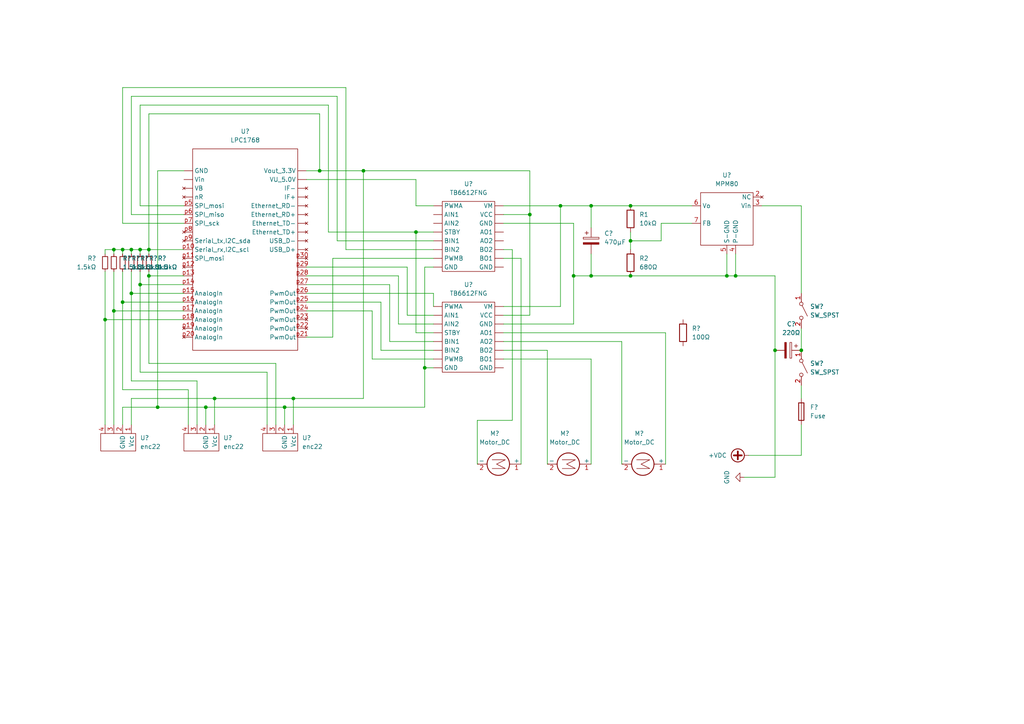
<source format=kicad_sch>
(kicad_sch (version 20211123) (generator eeschema)

  (uuid 9538e4ed-27e6-4c37-b989-9859dc0d49e8)

  (paper "A4")

  (title_block
    (title "MiniWorker")
    (date "2022-02-22")
    (company "Horio Yuki")
  )

  (lib_symbols
    (symbol "Device:C_Polarized" (pin_numbers hide) (pin_names (offset 0.254)) (in_bom yes) (on_board yes)
      (property "Reference" "C" (id 0) (at 0.635 2.54 0)
        (effects (font (size 1.27 1.27)) (justify left))
      )
      (property "Value" "C_Polarized" (id 1) (at 0.635 -2.54 0)
        (effects (font (size 1.27 1.27)) (justify left))
      )
      (property "Footprint" "" (id 2) (at 0.9652 -3.81 0)
        (effects (font (size 1.27 1.27)) hide)
      )
      (property "Datasheet" "~" (id 3) (at 0 0 0)
        (effects (font (size 1.27 1.27)) hide)
      )
      (property "ki_keywords" "cap capacitor" (id 4) (at 0 0 0)
        (effects (font (size 1.27 1.27)) hide)
      )
      (property "ki_description" "Polarized capacitor" (id 5) (at 0 0 0)
        (effects (font (size 1.27 1.27)) hide)
      )
      (property "ki_fp_filters" "CP_*" (id 6) (at 0 0 0)
        (effects (font (size 1.27 1.27)) hide)
      )
      (symbol "C_Polarized_0_1"
        (rectangle (start -2.286 0.508) (end 2.286 1.016)
          (stroke (width 0) (type default) (color 0 0 0 0))
          (fill (type none))
        )
        (polyline
          (pts
            (xy -1.778 2.286)
            (xy -0.762 2.286)
          )
          (stroke (width 0) (type default) (color 0 0 0 0))
          (fill (type none))
        )
        (polyline
          (pts
            (xy -1.27 2.794)
            (xy -1.27 1.778)
          )
          (stroke (width 0) (type default) (color 0 0 0 0))
          (fill (type none))
        )
        (rectangle (start 2.286 -0.508) (end -2.286 -1.016)
          (stroke (width 0) (type default) (color 0 0 0 0))
          (fill (type outline))
        )
      )
      (symbol "C_Polarized_1_1"
        (pin passive line (at 0 3.81 270) (length 2.794)
          (name "~" (effects (font (size 1.27 1.27))))
          (number "1" (effects (font (size 1.27 1.27))))
        )
        (pin passive line (at 0 -3.81 90) (length 2.794)
          (name "~" (effects (font (size 1.27 1.27))))
          (number "2" (effects (font (size 1.27 1.27))))
        )
      )
    )
    (symbol "Device:Fuse" (pin_numbers hide) (pin_names (offset 0)) (in_bom yes) (on_board yes)
      (property "Reference" "F" (id 0) (at 2.032 0 90)
        (effects (font (size 1.27 1.27)))
      )
      (property "Value" "Fuse" (id 1) (at -1.905 0 90)
        (effects (font (size 1.27 1.27)))
      )
      (property "Footprint" "" (id 2) (at -1.778 0 90)
        (effects (font (size 1.27 1.27)) hide)
      )
      (property "Datasheet" "~" (id 3) (at 0 0 0)
        (effects (font (size 1.27 1.27)) hide)
      )
      (property "ki_keywords" "fuse" (id 4) (at 0 0 0)
        (effects (font (size 1.27 1.27)) hide)
      )
      (property "ki_description" "Fuse" (id 5) (at 0 0 0)
        (effects (font (size 1.27 1.27)) hide)
      )
      (property "ki_fp_filters" "*Fuse*" (id 6) (at 0 0 0)
        (effects (font (size 1.27 1.27)) hide)
      )
      (symbol "Fuse_0_1"
        (rectangle (start -0.762 -2.54) (end 0.762 2.54)
          (stroke (width 0.254) (type default) (color 0 0 0 0))
          (fill (type none))
        )
        (polyline
          (pts
            (xy 0 2.54)
            (xy 0 -2.54)
          )
          (stroke (width 0) (type default) (color 0 0 0 0))
          (fill (type none))
        )
      )
      (symbol "Fuse_1_1"
        (pin passive line (at 0 3.81 270) (length 1.27)
          (name "~" (effects (font (size 1.27 1.27))))
          (number "1" (effects (font (size 1.27 1.27))))
        )
        (pin passive line (at 0 -3.81 90) (length 1.27)
          (name "~" (effects (font (size 1.27 1.27))))
          (number "2" (effects (font (size 1.27 1.27))))
        )
      )
    )
    (symbol "Device:R" (pin_numbers hide) (pin_names (offset 0)) (in_bom yes) (on_board yes)
      (property "Reference" "R" (id 0) (at 2.032 0 90)
        (effects (font (size 1.27 1.27)))
      )
      (property "Value" "R" (id 1) (at 0 0 90)
        (effects (font (size 1.27 1.27)))
      )
      (property "Footprint" "" (id 2) (at -1.778 0 90)
        (effects (font (size 1.27 1.27)) hide)
      )
      (property "Datasheet" "~" (id 3) (at 0 0 0)
        (effects (font (size 1.27 1.27)) hide)
      )
      (property "ki_keywords" "R res resistor" (id 4) (at 0 0 0)
        (effects (font (size 1.27 1.27)) hide)
      )
      (property "ki_description" "Resistor" (id 5) (at 0 0 0)
        (effects (font (size 1.27 1.27)) hide)
      )
      (property "ki_fp_filters" "R_*" (id 6) (at 0 0 0)
        (effects (font (size 1.27 1.27)) hide)
      )
      (symbol "R_0_1"
        (rectangle (start -1.016 -2.54) (end 1.016 2.54)
          (stroke (width 0.254) (type default) (color 0 0 0 0))
          (fill (type none))
        )
      )
      (symbol "R_1_1"
        (pin passive line (at 0 3.81 270) (length 1.27)
          (name "~" (effects (font (size 1.27 1.27))))
          (number "1" (effects (font (size 1.27 1.27))))
        )
        (pin passive line (at 0 -3.81 90) (length 1.27)
          (name "~" (effects (font (size 1.27 1.27))))
          (number "2" (effects (font (size 1.27 1.27))))
        )
      )
    )
    (symbol "Device:R_Small" (pin_numbers hide) (pin_names (offset 0.254) hide) (in_bom yes) (on_board yes)
      (property "Reference" "R" (id 0) (at 0.762 0.508 0)
        (effects (font (size 1.27 1.27)) (justify left))
      )
      (property "Value" "R_Small" (id 1) (at 0.762 -1.016 0)
        (effects (font (size 1.27 1.27)) (justify left))
      )
      (property "Footprint" "" (id 2) (at 0 0 0)
        (effects (font (size 1.27 1.27)) hide)
      )
      (property "Datasheet" "~" (id 3) (at 0 0 0)
        (effects (font (size 1.27 1.27)) hide)
      )
      (property "ki_keywords" "R resistor" (id 4) (at 0 0 0)
        (effects (font (size 1.27 1.27)) hide)
      )
      (property "ki_description" "Resistor, small symbol" (id 5) (at 0 0 0)
        (effects (font (size 1.27 1.27)) hide)
      )
      (property "ki_fp_filters" "R_*" (id 6) (at 0 0 0)
        (effects (font (size 1.27 1.27)) hide)
      )
      (symbol "R_Small_0_1"
        (rectangle (start -0.762 1.778) (end 0.762 -1.778)
          (stroke (width 0.2032) (type default) (color 0 0 0 0))
          (fill (type none))
        )
      )
      (symbol "R_Small_1_1"
        (pin passive line (at 0 2.54 270) (length 0.762)
          (name "~" (effects (font (size 1.27 1.27))))
          (number "1" (effects (font (size 1.27 1.27))))
        )
        (pin passive line (at 0 -2.54 90) (length 0.762)
          (name "~" (effects (font (size 1.27 1.27))))
          (number "2" (effects (font (size 1.27 1.27))))
        )
      )
    )
    (symbol "Motor:Motor_DC" (pin_names (offset 0)) (in_bom yes) (on_board yes)
      (property "Reference" "M" (id 0) (at 2.54 2.54 0)
        (effects (font (size 1.27 1.27)) (justify left))
      )
      (property "Value" "Motor_DC" (id 1) (at 2.54 -5.08 0)
        (effects (font (size 1.27 1.27)) (justify left top))
      )
      (property "Footprint" "" (id 2) (at 0 -2.286 0)
        (effects (font (size 1.27 1.27)) hide)
      )
      (property "Datasheet" "~" (id 3) (at 0 -2.286 0)
        (effects (font (size 1.27 1.27)) hide)
      )
      (property "ki_keywords" "DC Motor" (id 4) (at 0 0 0)
        (effects (font (size 1.27 1.27)) hide)
      )
      (property "ki_description" "DC Motor" (id 5) (at 0 0 0)
        (effects (font (size 1.27 1.27)) hide)
      )
      (property "ki_fp_filters" "PinHeader*P2.54mm* TerminalBlock*" (id 6) (at 0 0 0)
        (effects (font (size 1.27 1.27)) hide)
      )
      (symbol "Motor_DC_0_0"
        (polyline
          (pts
            (xy -1.27 -3.302)
            (xy -1.27 0.508)
            (xy 0 -2.032)
            (xy 1.27 0.508)
            (xy 1.27 -3.302)
          )
          (stroke (width 0) (type default) (color 0 0 0 0))
          (fill (type none))
        )
      )
      (symbol "Motor_DC_0_1"
        (circle (center 0 -1.524) (radius 3.2512)
          (stroke (width 0.254) (type default) (color 0 0 0 0))
          (fill (type none))
        )
        (polyline
          (pts
            (xy 0 -7.62)
            (xy 0 -7.112)
          )
          (stroke (width 0) (type default) (color 0 0 0 0))
          (fill (type none))
        )
        (polyline
          (pts
            (xy 0 -4.7752)
            (xy 0 -5.1816)
          )
          (stroke (width 0) (type default) (color 0 0 0 0))
          (fill (type none))
        )
        (polyline
          (pts
            (xy 0 1.7272)
            (xy 0 2.0828)
          )
          (stroke (width 0) (type default) (color 0 0 0 0))
          (fill (type none))
        )
        (polyline
          (pts
            (xy 0 2.032)
            (xy 0 2.54)
          )
          (stroke (width 0) (type default) (color 0 0 0 0))
          (fill (type none))
        )
      )
      (symbol "Motor_DC_1_1"
        (pin passive line (at 0 5.08 270) (length 2.54)
          (name "+" (effects (font (size 1.27 1.27))))
          (number "1" (effects (font (size 1.27 1.27))))
        )
        (pin passive line (at 0 -7.62 90) (length 2.54)
          (name "-" (effects (font (size 1.27 1.27))))
          (number "2" (effects (font (size 1.27 1.27))))
        )
      )
    )
    (symbol "New_Library:LPC1768" (in_bom yes) (on_board yes)
      (property "Reference" "U?" (id 0) (at 11.43 11.43 0)
        (effects (font (size 1.27 1.27)))
      )
      (property "Value" "LPC1768" (id 1) (at 11.43 8.89 0)
        (effects (font (size 1.27 1.27)))
      )
      (property "Footprint" "" (id 2) (at 0 0 0)
        (effects (font (size 1.27 1.27)) hide)
      )
      (property "Datasheet" "" (id 3) (at 0 0 0)
        (effects (font (size 1.27 1.27)) hide)
      )
      (symbol "LPC1768_0_1"
        (rectangle (start -3.81 6.35) (end 26.67 -52.07)
          (stroke (width 0) (type default) (color 0 0 0 0))
          (fill (type none))
        )
      )
      (symbol "LPC1768_1_1"
        (pin no_connect line (at 29.21 -12.7 180) (length 2.54)
          (name "Ethernet_RD+" (effects (font (size 1.27 1.27))))
          (number "" (effects (font (size 1.27 1.27))))
        )
        (pin no_connect line (at 29.21 -10.16 180) (length 2.54)
          (name "Ethernet_RD-" (effects (font (size 1.27 1.27))))
          (number "" (effects (font (size 1.27 1.27))))
        )
        (pin no_connect line (at 29.21 -17.78 180) (length 2.54)
          (name "Ethernet_TD+" (effects (font (size 1.27 1.27))))
          (number "" (effects (font (size 1.27 1.27))))
        )
        (pin no_connect line (at 29.21 -15.24 180) (length 2.54)
          (name "Ethernet_TD-" (effects (font (size 1.27 1.27))))
          (number "" (effects (font (size 1.27 1.27))))
        )
        (pin power_out line (at -6.35 0 0) (length 2.54)
          (name "GND" (effects (font (size 1.27 1.27))))
          (number "" (effects (font (size 1.27 1.27))))
        )
        (pin no_connect line (at 29.21 -7.62 180) (length 2.54)
          (name "IF+" (effects (font (size 1.27 1.27))))
          (number "" (effects (font (size 1.27 1.27))))
        )
        (pin no_connect line (at 29.21 -5.08 180) (length 2.54)
          (name "IF-" (effects (font (size 1.27 1.27))))
          (number "" (effects (font (size 1.27 1.27))))
        )
        (pin no_connect line (at -6.35 -7.62 0) (length 2.54)
          (name "nR" (effects (font (size 1.27 1.27))))
          (number "" (effects (font (size 1.27 1.27))))
        )
        (pin no_connect line (at 29.21 -22.86 180) (length 2.54)
          (name "USB_D+" (effects (font (size 1.27 1.27))))
          (number "" (effects (font (size 1.27 1.27))))
        )
        (pin no_connect line (at 29.21 -20.32 180) (length 2.54)
          (name "USB_D-" (effects (font (size 1.27 1.27))))
          (number "" (effects (font (size 1.27 1.27))))
        )
        (pin no_connect line (at -6.35 -5.08 0) (length 2.54)
          (name "VB" (effects (font (size 1.27 1.27))))
          (number "" (effects (font (size 1.27 1.27))))
        )
        (pin power_in line (at -6.35 -2.54 0) (length 2.54)
          (name "Vin" (effects (font (size 1.27 1.27))))
          (number "" (effects (font (size 1.27 1.27))))
        )
        (pin power_out line (at 29.21 0 180) (length 2.54)
          (name "Vout_3.3V" (effects (font (size 1.27 1.27))))
          (number "" (effects (font (size 1.27 1.27))))
        )
        (pin power_out line (at 29.21 -2.54 180) (length 2.54)
          (name "VU_5.0V" (effects (font (size 1.27 1.27))))
          (number "" (effects (font (size 1.27 1.27))))
        )
        (pin input line (at -6.35 -22.86 0) (length 2.54)
          (name "Serial_rx,I2C_scl" (effects (font (size 1.27 1.27))))
          (number "p10" (effects (font (size 1.27 1.27))))
        )
        (pin no_connect line (at -6.35 -25.4 0) (length 2.54)
          (name "SPI_mosi" (effects (font (size 1.27 1.27))))
          (number "p11" (effects (font (size 1.27 1.27))))
        )
        (pin no_connect line (at -6.35 -27.94 0) (length 2.54)
          (name "" (effects (font (size 1.27 1.27))))
          (number "p12" (effects (font (size 1.27 1.27))))
        )
        (pin output line (at -6.35 -30.48 0) (length 2.54)
          (name "" (effects (font (size 1.27 1.27))))
          (number "p13" (effects (font (size 1.27 1.27))))
        )
        (pin output line (at -6.35 -33.02 0) (length 2.54)
          (name "" (effects (font (size 1.27 1.27))))
          (number "p14" (effects (font (size 1.27 1.27))))
        )
        (pin output line (at -6.35 -35.56 0) (length 2.54)
          (name "AnalogIn" (effects (font (size 1.27 1.27))))
          (number "p15" (effects (font (size 1.27 1.27))))
        )
        (pin output line (at -6.35 -38.1 0) (length 2.54)
          (name "AnalogIn" (effects (font (size 1.27 1.27))))
          (number "p16" (effects (font (size 1.27 1.27))))
        )
        (pin output line (at -6.35 -40.64 0) (length 2.54)
          (name "AnalogIn" (effects (font (size 1.27 1.27))))
          (number "p17" (effects (font (size 1.27 1.27))))
        )
        (pin output line (at -6.35 -43.18 0) (length 2.54)
          (name "AnalogIn" (effects (font (size 1.27 1.27))))
          (number "p18" (effects (font (size 1.27 1.27))))
        )
        (pin no_connect line (at -6.35 -45.72 0) (length 2.54)
          (name "AnalogIn" (effects (font (size 1.27 1.27))))
          (number "p19" (effects (font (size 1.27 1.27))))
        )
        (pin no_connect line (at -6.35 -48.26 0) (length 2.54)
          (name "AnalogIn" (effects (font (size 1.27 1.27))))
          (number "p20" (effects (font (size 1.27 1.27))))
        )
        (pin output line (at 29.21 -48.26 180) (length 2.54)
          (name "PwmOut" (effects (font (size 1.27 1.27))))
          (number "p21" (effects (font (size 1.27 1.27))))
        )
        (pin no_connect line (at 29.21 -45.72 180) (length 2.54)
          (name "PwmOut" (effects (font (size 1.27 1.27))))
          (number "p22" (effects (font (size 1.27 1.27))))
        )
        (pin no_connect line (at 29.21 -43.18 180) (length 2.54)
          (name "PwmOut" (effects (font (size 1.27 1.27))))
          (number "p23" (effects (font (size 1.27 1.27))))
        )
        (pin output line (at 29.21 -40.64 180) (length 2.54)
          (name "PwmOut" (effects (font (size 1.27 1.27))))
          (number "p24" (effects (font (size 1.27 1.27))))
        )
        (pin output line (at 29.21 -38.1 180) (length 2.54)
          (name "PwmOut" (effects (font (size 1.27 1.27))))
          (number "p25" (effects (font (size 1.27 1.27))))
        )
        (pin output line (at 29.21 -35.56 180) (length 2.54)
          (name "PwmOut" (effects (font (size 1.27 1.27))))
          (number "p26" (effects (font (size 1.27 1.27))))
        )
        (pin output line (at 29.21 -33.02 180) (length 2.54)
          (name "" (effects (font (size 1.27 1.27))))
          (number "p27" (effects (font (size 1.27 1.27))))
        )
        (pin output line (at 29.21 -30.48 180) (length 2.54)
          (name "" (effects (font (size 1.27 1.27))))
          (number "p28" (effects (font (size 1.27 1.27))))
        )
        (pin output line (at 29.21 -27.94 180) (length 2.54)
          (name "" (effects (font (size 1.27 1.27))))
          (number "p29" (effects (font (size 1.27 1.27))))
        )
        (pin no_connect line (at 29.21 -25.4 180) (length 2.54)
          (name "" (effects (font (size 1.27 1.27))))
          (number "p30" (effects (font (size 1.27 1.27))))
        )
        (pin output line (at -6.35 -10.16 0) (length 2.54)
          (name "SPI_mosi" (effects (font (size 1.27 1.27))))
          (number "p5" (effects (font (size 1.27 1.27))))
        )
        (pin output line (at -6.35 -12.7 0) (length 2.54)
          (name "SPI_miso" (effects (font (size 1.27 1.27))))
          (number "p6" (effects (font (size 1.27 1.27))))
        )
        (pin output line (at -6.35 -15.24 0) (length 2.54)
          (name "SPI_sck" (effects (font (size 1.27 1.27))))
          (number "p7" (effects (font (size 1.27 1.27))))
        )
        (pin no_connect line (at -6.35 -17.78 0) (length 2.54)
          (name "" (effects (font (size 1.27 1.27))))
          (number "p8" (effects (font (size 1.27 1.27))))
        )
        (pin no_connect line (at -6.35 -20.32 0) (length 2.54)
          (name "Serial_tx,I2C_sda" (effects (font (size 1.27 1.27))))
          (number "p9" (effects (font (size 1.27 1.27))))
        )
      )
    )
    (symbol "New_Library:MPM80" (in_bom yes) (on_board yes)
      (property "Reference" "U" (id 0) (at 15.24 6.35 0)
        (effects (font (size 1.27 1.27)))
      )
      (property "Value" "MPM80" (id 1) (at 7.62 2.54 0)
        (effects (font (size 1.27 1.27)))
      )
      (property "Footprint" "" (id 2) (at -5.08 5.08 0)
        (effects (font (size 1.27 1.27)) hide)
      )
      (property "Datasheet" "" (id 3) (at -5.08 5.08 0)
        (effects (font (size 1.27 1.27)) hide)
      )
      (symbol "MPM80_0_1"
        (rectangle (start 0 1.27) (end 15.24 -13.97)
          (stroke (width 0) (type default) (color 0 0 0 0))
          (fill (type none))
        )
      )
      (symbol "MPM80_1_1"
        (pin no_connect line (at -2.54 0 0) (length 2.54)
          (name "NC" (effects (font (size 1.27 1.27))))
          (number "2" (effects (font (size 1.27 1.27))))
        )
        (pin power_in line (at -2.54 -2.54 0) (length 2.54)
          (name "Vin" (effects (font (size 1.27 1.27))))
          (number "3" (effects (font (size 1.27 1.27))))
        )
        (pin power_out line (at 5.08 -16.51 90) (length 2.54)
          (name "P-GND" (effects (font (size 1.27 1.27))))
          (number "4" (effects (font (size 1.27 1.27))))
        )
        (pin power_out line (at 7.62 -16.51 90) (length 2.54)
          (name "S-GND" (effects (font (size 1.27 1.27))))
          (number "5" (effects (font (size 1.27 1.27))))
        )
        (pin output line (at 17.78 -2.54 180) (length 2.54)
          (name "Vo" (effects (font (size 1.27 1.27))))
          (number "6" (effects (font (size 1.27 1.27))))
        )
        (pin power_out line (at 17.78 -7.62 180) (length 2.54)
          (name "FB" (effects (font (size 1.27 1.27))))
          (number "7" (effects (font (size 1.27 1.27))))
        )
      )
    )
    (symbol "New_Library:TB6612FNG" (in_bom yes) (on_board yes)
      (property "Reference" "U" (id 0) (at 0 7.62 0)
        (effects (font (size 1.27 1.27)))
      )
      (property "Value" "TB6612FNG" (id 1) (at 1.27 5.08 0)
        (effects (font (size 1.27 1.27)))
      )
      (property "Footprint" "" (id 2) (at 0 0 0)
        (effects (font (size 1.27 1.27)) hide)
      )
      (property "Datasheet" "" (id 3) (at 0 0 0)
        (effects (font (size 1.27 1.27)) hide)
      )
      (symbol "TB6612FNG_0_1"
        (rectangle (start -6.35 3.81) (end 8.89 -16.51)
          (stroke (width 0) (type default) (color 0 0 0 0))
          (fill (type none))
        )
        (rectangle (start -5.08 3.81) (end -5.08 3.81)
          (stroke (width 0) (type default) (color 0 0 0 0))
          (fill (type none))
        )
      )
      (symbol "TB6612FNG_1_1"
        (pin input line (at 11.43 0 180) (length 2.54)
          (name "AIN1" (effects (font (size 1.27 1.27))))
          (number "" (effects (font (size 1.27 1.27))))
        )
        (pin input line (at 11.43 -2.54 180) (length 2.54)
          (name "AIN2" (effects (font (size 1.27 1.27))))
          (number "" (effects (font (size 1.27 1.27))))
        )
        (pin output line (at -8.89 -5.08 0) (length 2.54)
          (name "AO1" (effects (font (size 1.27 1.27))))
          (number "" (effects (font (size 1.27 1.27))))
        )
        (pin output line (at -8.89 -7.62 0) (length 2.54)
          (name "AO2" (effects (font (size 1.27 1.27))))
          (number "" (effects (font (size 1.27 1.27))))
        )
        (pin input line (at 11.43 -7.62 180) (length 2.54)
          (name "BIN1" (effects (font (size 1.27 1.27))))
          (number "" (effects (font (size 1.27 1.27))))
        )
        (pin input line (at 11.43 -10.16 180) (length 2.54)
          (name "BIN2" (effects (font (size 1.27 1.27))))
          (number "" (effects (font (size 1.27 1.27))))
        )
        (pin output line (at -8.89 -12.7 0) (length 2.54)
          (name "BO1" (effects (font (size 1.27 1.27))))
          (number "" (effects (font (size 1.27 1.27))))
        )
        (pin output line (at -8.89 -10.16 0) (length 2.54)
          (name "BO2" (effects (font (size 1.27 1.27))))
          (number "" (effects (font (size 1.27 1.27))))
        )
        (pin power_in line (at -8.89 -15.24 0) (length 2.54)
          (name "GND" (effects (font (size 1.27 1.27))))
          (number "" (effects (font (size 1.27 1.27))))
        )
        (pin power_in line (at -8.89 -2.54 0) (length 2.54)
          (name "GND" (effects (font (size 1.27 1.27))))
          (number "" (effects (font (size 1.27 1.27))))
        )
        (pin power_in line (at 11.43 -15.24 180) (length 2.54)
          (name "GND" (effects (font (size 1.27 1.27))))
          (number "" (effects (font (size 1.27 1.27))))
        )
        (pin input line (at 11.43 2.54 180) (length 2.54)
          (name "PWMA" (effects (font (size 1.27 1.27))))
          (number "" (effects (font (size 1.27 1.27))))
        )
        (pin input line (at 11.43 -12.7 180) (length 2.54)
          (name "PWMB" (effects (font (size 1.27 1.27))))
          (number "" (effects (font (size 1.27 1.27))))
        )
        (pin input line (at 11.43 -5.08 180) (length 2.54)
          (name "STBY" (effects (font (size 1.27 1.27))))
          (number "" (effects (font (size 1.27 1.27))))
        )
        (pin power_in line (at -8.89 0 0) (length 2.54)
          (name "VCC" (effects (font (size 1.27 1.27))))
          (number "" (effects (font (size 1.27 1.27))))
        )
        (pin power_in line (at -8.89 2.54 0) (length 2.54)
          (name "VM" (effects (font (size 1.27 1.27))))
          (number "" (effects (font (size 1.27 1.27))))
        )
      )
    )
    (symbol "New_Library:enc22" (in_bom yes) (on_board yes)
      (property "Reference" "U" (id 0) (at 0 3.81 0)
        (effects (font (size 1.27 1.27)))
      )
      (property "Value" "enc22" (id 1) (at 0 2.54 0)
        (effects (font (size 1.27 1.27)))
      )
      (property "Footprint" "" (id 2) (at 0 0 0)
        (effects (font (size 1.27 1.27)) hide)
      )
      (property "Datasheet" "" (id 3) (at 0 0 0)
        (effects (font (size 1.27 1.27)) hide)
      )
      (symbol "enc22_0_1"
        (rectangle (start 2.54 1.27) (end 7.62 -8.89)
          (stroke (width 0) (type default) (color 0 0 0 0))
          (fill (type none))
        )
      )
      (symbol "enc22_1_1"
        (pin power_in line (at 0 0 0) (length 2.54)
          (name "Vcc" (effects (font (size 1.27 1.27))))
          (number "1" (effects (font (size 1.27 1.27))))
        )
        (pin power_out line (at 0 -2.54 0) (length 2.54)
          (name "GND" (effects (font (size 1.27 1.27))))
          (number "2" (effects (font (size 1.27 1.27))))
        )
        (pin input line (at 0 -5.08 0) (length 2.54)
          (name "" (effects (font (size 1.27 1.27))))
          (number "3" (effects (font (size 1.27 1.27))))
        )
        (pin input line (at 0 -7.62 0) (length 2.54)
          (name "" (effects (font (size 1.27 1.27))))
          (number "4" (effects (font (size 1.27 1.27))))
        )
      )
    )
    (symbol "Switch:SW_SPST" (pin_names (offset 0) hide) (in_bom yes) (on_board yes)
      (property "Reference" "SW" (id 0) (at 0 3.175 0)
        (effects (font (size 1.27 1.27)))
      )
      (property "Value" "SW_SPST" (id 1) (at 0 -2.54 0)
        (effects (font (size 1.27 1.27)))
      )
      (property "Footprint" "" (id 2) (at 0 0 0)
        (effects (font (size 1.27 1.27)) hide)
      )
      (property "Datasheet" "~" (id 3) (at 0 0 0)
        (effects (font (size 1.27 1.27)) hide)
      )
      (property "ki_keywords" "switch lever" (id 4) (at 0 0 0)
        (effects (font (size 1.27 1.27)) hide)
      )
      (property "ki_description" "Single Pole Single Throw (SPST) switch" (id 5) (at 0 0 0)
        (effects (font (size 1.27 1.27)) hide)
      )
      (symbol "SW_SPST_0_0"
        (circle (center -2.032 0) (radius 0.508)
          (stroke (width 0) (type default) (color 0 0 0 0))
          (fill (type none))
        )
        (polyline
          (pts
            (xy -1.524 0.254)
            (xy 1.524 1.778)
          )
          (stroke (width 0) (type default) (color 0 0 0 0))
          (fill (type none))
        )
        (circle (center 2.032 0) (radius 0.508)
          (stroke (width 0) (type default) (color 0 0 0 0))
          (fill (type none))
        )
      )
      (symbol "SW_SPST_1_1"
        (pin passive line (at -5.08 0 0) (length 2.54)
          (name "A" (effects (font (size 1.27 1.27))))
          (number "1" (effects (font (size 1.27 1.27))))
        )
        (pin passive line (at 5.08 0 180) (length 2.54)
          (name "B" (effects (font (size 1.27 1.27))))
          (number "2" (effects (font (size 1.27 1.27))))
        )
      )
    )
    (symbol "power:+VDC" (power) (pin_names (offset 0)) (in_bom yes) (on_board yes)
      (property "Reference" "#PWR" (id 0) (at 0 -2.54 0)
        (effects (font (size 1.27 1.27)) hide)
      )
      (property "Value" "+VDC" (id 1) (at 0 6.35 0)
        (effects (font (size 1.27 1.27)))
      )
      (property "Footprint" "" (id 2) (at 0 0 0)
        (effects (font (size 1.27 1.27)) hide)
      )
      (property "Datasheet" "" (id 3) (at 0 0 0)
        (effects (font (size 1.27 1.27)) hide)
      )
      (property "ki_keywords" "power-flag" (id 4) (at 0 0 0)
        (effects (font (size 1.27 1.27)) hide)
      )
      (property "ki_description" "Power symbol creates a global label with name \"+VDC\"" (id 5) (at 0 0 0)
        (effects (font (size 1.27 1.27)) hide)
      )
      (symbol "+VDC_0_1"
        (polyline
          (pts
            (xy -1.143 3.175)
            (xy 1.143 3.175)
          )
          (stroke (width 0.508) (type default) (color 0 0 0 0))
          (fill (type none))
        )
        (polyline
          (pts
            (xy 0 0)
            (xy 0 1.27)
          )
          (stroke (width 0) (type default) (color 0 0 0 0))
          (fill (type none))
        )
        (polyline
          (pts
            (xy 0 2.032)
            (xy 0 4.318)
          )
          (stroke (width 0.508) (type default) (color 0 0 0 0))
          (fill (type none))
        )
        (circle (center 0 3.175) (radius 1.905)
          (stroke (width 0.254) (type default) (color 0 0 0 0))
          (fill (type none))
        )
      )
      (symbol "+VDC_1_1"
        (pin power_in line (at 0 0 90) (length 0) hide
          (name "+VDC" (effects (font (size 1.27 1.27))))
          (number "1" (effects (font (size 1.27 1.27))))
        )
      )
    )
    (symbol "power:GND" (power) (pin_names (offset 0)) (in_bom yes) (on_board yes)
      (property "Reference" "#PWR" (id 0) (at 0 -6.35 0)
        (effects (font (size 1.27 1.27)) hide)
      )
      (property "Value" "GND" (id 1) (at 0 -3.81 0)
        (effects (font (size 1.27 1.27)))
      )
      (property "Footprint" "" (id 2) (at 0 0 0)
        (effects (font (size 1.27 1.27)) hide)
      )
      (property "Datasheet" "" (id 3) (at 0 0 0)
        (effects (font (size 1.27 1.27)) hide)
      )
      (property "ki_keywords" "power-flag" (id 4) (at 0 0 0)
        (effects (font (size 1.27 1.27)) hide)
      )
      (property "ki_description" "Power symbol creates a global label with name \"GND\" , ground" (id 5) (at 0 0 0)
        (effects (font (size 1.27 1.27)) hide)
      )
      (symbol "GND_0_1"
        (polyline
          (pts
            (xy 0 0)
            (xy 0 -1.27)
            (xy 1.27 -1.27)
            (xy 0 -2.54)
            (xy -1.27 -1.27)
            (xy 0 -1.27)
          )
          (stroke (width 0) (type default) (color 0 0 0 0))
          (fill (type none))
        )
      )
      (symbol "GND_1_1"
        (pin power_in line (at 0 0 270) (length 0) hide
          (name "GND" (effects (font (size 1.27 1.27))))
          (number "1" (effects (font (size 1.27 1.27))))
        )
      )
    )
  )

  (junction (at 213.36 80.01) (diameter 0) (color 0 0 0 0)
    (uuid 075b6cac-3fbb-4205-8efe-dd4b10229ab3)
  )
  (junction (at 105.41 49.53) (diameter 0) (color 0 0 0 0)
    (uuid 0d9c9472-5cb6-4bc0-8a40-21c42568b272)
  )
  (junction (at 30.48 92.71) (diameter 0) (color 0 0 0 0)
    (uuid 23279974-e7ce-4bae-9333-0bf418fa33b7)
  )
  (junction (at 38.1 72.39) (diameter 0) (color 0 0 0 0)
    (uuid 3391bcbb-7a6c-49f7-9e10-7d66146564b2)
  )
  (junction (at 182.88 80.01) (diameter 0) (color 0 0 0 0)
    (uuid 4de1620c-4291-43a5-b5f9-ee4045bdc3cc)
  )
  (junction (at 166.37 80.01) (diameter 0) (color 0 0 0 0)
    (uuid 4e08ae97-5810-4d1f-b1a0-0ee2942642b1)
  )
  (junction (at 43.18 80.01) (diameter 0) (color 0 0 0 0)
    (uuid 69798d47-baf7-4a34-b0bc-ff6ab145ad44)
  )
  (junction (at 210.82 80.01) (diameter 0) (color 0 0 0 0)
    (uuid 6beae1b3-cde2-4a94-91b1-fbed17be1f2a)
  )
  (junction (at 33.02 72.39) (diameter 0) (color 0 0 0 0)
    (uuid 71eefc43-2c11-4944-beb1-1ac3efab74f9)
  )
  (junction (at 40.64 82.55) (diameter 0) (color 0 0 0 0)
    (uuid 72075bf8-b928-4b32-b528-6d4aad6817d1)
  )
  (junction (at 38.1 85.09) (diameter 0) (color 0 0 0 0)
    (uuid 73467486-0139-4498-a2c1-c3512facfa84)
  )
  (junction (at 123.19 106.68) (diameter 0) (color 0 0 0 0)
    (uuid 81b0384a-2977-421d-a4a3-73fe667eb191)
  )
  (junction (at 45.72 118.11) (diameter 0) (color 0 0 0 0)
    (uuid 88645d63-67a8-4ed8-874a-d265346396b7)
  )
  (junction (at 59.69 118.11) (diameter 0) (color 0 0 0 0)
    (uuid 908ca67e-d0e2-4d38-a874-9dd934e3e092)
  )
  (junction (at 62.23 115.57) (diameter 0) (color 0 0 0 0)
    (uuid 98713f9f-a73b-4c3e-b36a-59f3a751e023)
  )
  (junction (at 85.09 115.57) (diameter 0) (color 0 0 0 0)
    (uuid 9f0461b6-ab4e-413d-87ce-43d52e9abeee)
  )
  (junction (at 171.45 59.69) (diameter 0) (color 0 0 0 0)
    (uuid a0707e05-9084-402a-a194-7e1a5e9d0730)
  )
  (junction (at 182.88 59.69) (diameter 0) (color 0 0 0 0)
    (uuid a40dd4d4-c675-43e9-8b44-6fae03e1dff1)
  )
  (junction (at 232.41 101.6) (diameter 0) (color 0 0 0 0)
    (uuid aa2c304c-4ba8-4114-833e-94e07479139e)
  )
  (junction (at 153.67 62.23) (diameter 0) (color 0 0 0 0)
    (uuid ab342521-6ebc-49d5-bbe5-d30d6d6181e8)
  )
  (junction (at 35.56 72.39) (diameter 0) (color 0 0 0 0)
    (uuid b7e4f07c-1975-4cc4-b4b2-e3be61d31b77)
  )
  (junction (at 171.45 80.01) (diameter 0) (color 0 0 0 0)
    (uuid babe282d-a310-4061-8a2d-711af53edc9d)
  )
  (junction (at 224.79 101.6) (diameter 0) (color 0 0 0 0)
    (uuid bce7fa01-a7eb-436c-a2f7-d02749b6c3d7)
  )
  (junction (at 162.56 59.69) (diameter 0) (color 0 0 0 0)
    (uuid bd9821fb-927a-4bd6-99d1-fb449f5efc40)
  )
  (junction (at 33.02 90.17) (diameter 0) (color 0 0 0 0)
    (uuid bdaa8330-86a7-4d40-a1c1-4a048d2388da)
  )
  (junction (at 182.88 69.85) (diameter 0) (color 0 0 0 0)
    (uuid c6a385bd-2cfe-494d-8be2-f1e609af4c68)
  )
  (junction (at 82.55 118.11) (diameter 0) (color 0 0 0 0)
    (uuid e5abc907-24bc-490b-abba-87c53e533dc1)
  )
  (junction (at 43.18 72.39) (diameter 0) (color 0 0 0 0)
    (uuid f1e375a0-eb33-4168-aea3-a3ca48170f90)
  )
  (junction (at 120.65 67.31) (diameter 0) (color 0 0 0 0)
    (uuid f82c9f88-5a57-47ae-a228-12fce5ed3e6a)
  )
  (junction (at 40.64 72.39) (diameter 0) (color 0 0 0 0)
    (uuid f9532b7f-7575-4062-a664-7b9f050ac264)
  )
  (junction (at 92.71 49.53) (diameter 0) (color 0 0 0 0)
    (uuid faab2e0c-2b1c-4b1a-a27d-faa1a98c29ff)
  )
  (junction (at 35.56 87.63) (diameter 0) (color 0 0 0 0)
    (uuid fbc7abf6-2d29-4d26-8cd9-508f99e1a527)
  )

  (wire (pts (xy 88.9 52.07) (xy 120.65 52.07))
    (stroke (width 0) (type default) (color 0 0 0 0))
    (uuid 01137a50-b827-41b3-abb5-4d876b8c57e1)
  )
  (wire (pts (xy 96.52 74.93) (xy 96.52 97.79))
    (stroke (width 0) (type default) (color 0 0 0 0))
    (uuid 02fec87b-0313-462c-ac2a-75a454a71bbe)
  )
  (wire (pts (xy 193.04 96.52) (xy 193.04 134.62))
    (stroke (width 0) (type default) (color 0 0 0 0))
    (uuid 0375c48f-cbf1-493b-b54e-e48b7488ffb7)
  )
  (wire (pts (xy 224.79 101.6) (xy 224.79 138.43))
    (stroke (width 0) (type default) (color 0 0 0 0))
    (uuid 04af5311-59ca-48b1-931d-3217f11b26cb)
  )
  (wire (pts (xy 33.02 72.39) (xy 30.48 72.39))
    (stroke (width 0) (type default) (color 0 0 0 0))
    (uuid 04e4c1b3-dd1a-4fe2-88c1-15b923441d02)
  )
  (wire (pts (xy 40.64 82.55) (xy 53.34 82.55))
    (stroke (width 0) (type default) (color 0 0 0 0))
    (uuid 05e27b88-0c3b-4c81-a718-d462e45b8f73)
  )
  (wire (pts (xy 40.64 107.95) (xy 77.47 107.95))
    (stroke (width 0) (type default) (color 0 0 0 0))
    (uuid 05f8a846-d788-4d94-96f2-7f2a0fee4daa)
  )
  (wire (pts (xy 33.02 90.17) (xy 33.02 78.74))
    (stroke (width 0) (type default) (color 0 0 0 0))
    (uuid 065f6faa-e2ba-4a88-8471-e5f96b3455d0)
  )
  (wire (pts (xy 146.05 64.77) (xy 166.37 64.77))
    (stroke (width 0) (type default) (color 0 0 0 0))
    (uuid 0b5123b9-95e2-44a0-b4b3-fbbd00bf351e)
  )
  (wire (pts (xy 115.57 93.98) (xy 115.57 80.01))
    (stroke (width 0) (type default) (color 0 0 0 0))
    (uuid 0ba99bf0-b567-4d50-b6ca-e51231595c03)
  )
  (wire (pts (xy 35.56 25.4) (xy 100.33 25.4))
    (stroke (width 0) (type default) (color 0 0 0 0))
    (uuid 0d3c418f-6fb5-4109-9707-a208c21885ba)
  )
  (wire (pts (xy 151.13 134.62) (xy 151.13 74.93))
    (stroke (width 0) (type default) (color 0 0 0 0))
    (uuid 0d4d01b1-8218-4b74-80b1-3755d1247701)
  )
  (wire (pts (xy 113.03 99.06) (xy 113.03 82.55))
    (stroke (width 0) (type default) (color 0 0 0 0))
    (uuid 0d55ab5f-dc3d-4ee2-9ed6-b79bf4da43f6)
  )
  (wire (pts (xy 158.75 101.6) (xy 158.75 134.62))
    (stroke (width 0) (type default) (color 0 0 0 0))
    (uuid 0d746b0f-ac6d-4fdb-89be-d9391426f3f5)
  )
  (wire (pts (xy 191.77 69.85) (xy 182.88 69.85))
    (stroke (width 0) (type default) (color 0 0 0 0))
    (uuid 0e3b31cf-0b07-47e0-92f2-166ac60927c5)
  )
  (wire (pts (xy 43.18 72.39) (xy 43.18 73.66))
    (stroke (width 0) (type default) (color 0 0 0 0))
    (uuid 0e82925b-7fcc-45a8-8118-700b671202e7)
  )
  (wire (pts (xy 148.59 72.39) (xy 148.59 121.92))
    (stroke (width 0) (type default) (color 0 0 0 0))
    (uuid 14ca76a9-bea8-4860-aa32-9d5a9aed6074)
  )
  (wire (pts (xy 33.02 90.17) (xy 33.02 123.19))
    (stroke (width 0) (type default) (color 0 0 0 0))
    (uuid 1733dea2-67e0-4299-94c5-38d22a8fcfd3)
  )
  (wire (pts (xy 53.34 62.23) (xy 38.1 62.23))
    (stroke (width 0) (type default) (color 0 0 0 0))
    (uuid 1a0a35de-9992-4b9e-82bd-accc719df527)
  )
  (wire (pts (xy 43.18 33.02) (xy 92.71 33.02))
    (stroke (width 0) (type default) (color 0 0 0 0))
    (uuid 1b145172-3427-4fde-829e-0807e2976a99)
  )
  (wire (pts (xy 40.64 72.39) (xy 38.1 72.39))
    (stroke (width 0) (type default) (color 0 0 0 0))
    (uuid 1c6da65d-b1c4-4859-b0ca-5597c5b32746)
  )
  (wire (pts (xy 182.88 69.85) (xy 182.88 72.39))
    (stroke (width 0) (type default) (color 0 0 0 0))
    (uuid 1c9b334a-7672-4385-8ac7-d9b02e3281f4)
  )
  (wire (pts (xy 138.43 121.92) (xy 138.43 134.62))
    (stroke (width 0) (type default) (color 0 0 0 0))
    (uuid 1e41ee4b-700f-41a3-8017-ac9e275be064)
  )
  (wire (pts (xy 57.15 110.49) (xy 57.15 123.19))
    (stroke (width 0) (type default) (color 0 0 0 0))
    (uuid 1e6ca797-5b79-4c25-a76b-f7e576fe4641)
  )
  (wire (pts (xy 43.18 72.39) (xy 43.18 33.02))
    (stroke (width 0) (type default) (color 0 0 0 0))
    (uuid 1ea19aef-77dd-4995-9721-6eb2f2681f2d)
  )
  (wire (pts (xy 96.52 97.79) (xy 88.9 97.79))
    (stroke (width 0) (type default) (color 0 0 0 0))
    (uuid 220fff44-5c3c-4ab7-b7a6-89b1d9742a2e)
  )
  (wire (pts (xy 95.25 67.31) (xy 120.65 67.31))
    (stroke (width 0) (type default) (color 0 0 0 0))
    (uuid 287c5e19-4558-4209-8613-0adef89e69a1)
  )
  (wire (pts (xy 80.01 105.41) (xy 80.01 123.19))
    (stroke (width 0) (type default) (color 0 0 0 0))
    (uuid 29367cbc-1fe3-49ca-ad97-c82ec74eb3c9)
  )
  (wire (pts (xy 162.56 88.9) (xy 162.56 59.69))
    (stroke (width 0) (type default) (color 0 0 0 0))
    (uuid 29c46418-23a3-4892-9126-af606a6547e2)
  )
  (wire (pts (xy 217.17 132.08) (xy 232.41 132.08))
    (stroke (width 0) (type default) (color 0 0 0 0))
    (uuid 2a0f75f0-d5e4-4a35-983e-618986180152)
  )
  (wire (pts (xy 232.41 95.25) (xy 232.41 101.6))
    (stroke (width 0) (type default) (color 0 0 0 0))
    (uuid 2b9477b5-795a-4837-947e-40bd769e8c94)
  )
  (wire (pts (xy 120.65 67.31) (xy 125.73 67.31))
    (stroke (width 0) (type default) (color 0 0 0 0))
    (uuid 2d2c278d-b39e-4845-b68d-22e7151c4d83)
  )
  (wire (pts (xy 120.65 59.69) (xy 125.73 59.69))
    (stroke (width 0) (type default) (color 0 0 0 0))
    (uuid 2e243aa8-6186-4853-8e20-241439210c00)
  )
  (wire (pts (xy 151.13 74.93) (xy 146.05 74.93))
    (stroke (width 0) (type default) (color 0 0 0 0))
    (uuid 2f6ca406-f7de-4565-bb8f-16e9b355731a)
  )
  (wire (pts (xy 125.73 93.98) (xy 115.57 93.98))
    (stroke (width 0) (type default) (color 0 0 0 0))
    (uuid 2f6e719d-7457-4d3c-ad42-258ac2c1cf8e)
  )
  (wire (pts (xy 125.73 99.06) (xy 113.03 99.06))
    (stroke (width 0) (type default) (color 0 0 0 0))
    (uuid 31e63c4c-b74a-4f88-aa9b-3e559b807155)
  )
  (wire (pts (xy 59.69 118.11) (xy 59.69 123.19))
    (stroke (width 0) (type default) (color 0 0 0 0))
    (uuid 32804fdf-29a9-4255-9949-ad4a28344967)
  )
  (wire (pts (xy 38.1 110.49) (xy 57.15 110.49))
    (stroke (width 0) (type default) (color 0 0 0 0))
    (uuid 32c24078-9203-46c8-aab3-440947e95e4e)
  )
  (wire (pts (xy 53.34 49.53) (xy 45.72 49.53))
    (stroke (width 0) (type default) (color 0 0 0 0))
    (uuid 33aca350-17ab-405e-a465-44569e9fb753)
  )
  (wire (pts (xy 97.79 27.94) (xy 97.79 69.85))
    (stroke (width 0) (type default) (color 0 0 0 0))
    (uuid 342beeec-1337-414e-860c-0b761a4889a5)
  )
  (wire (pts (xy 107.95 104.14) (xy 107.95 90.17))
    (stroke (width 0) (type default) (color 0 0 0 0))
    (uuid 365222aa-a7d2-4e86-bf83-700534063da1)
  )
  (wire (pts (xy 43.18 105.41) (xy 80.01 105.41))
    (stroke (width 0) (type default) (color 0 0 0 0))
    (uuid 36d682d0-9a3e-47f7-9bd2-b5ddb0338ae4)
  )
  (wire (pts (xy 125.73 74.93) (xy 96.52 74.93))
    (stroke (width 0) (type default) (color 0 0 0 0))
    (uuid 37c2b592-8fa2-4367-9e71-4c8492264dd3)
  )
  (wire (pts (xy 85.09 123.19) (xy 85.09 115.57))
    (stroke (width 0) (type default) (color 0 0 0 0))
    (uuid 38fe1544-c8d7-4dfc-a93d-cfda20fbc85b)
  )
  (wire (pts (xy 62.23 115.57) (xy 62.23 123.19))
    (stroke (width 0) (type default) (color 0 0 0 0))
    (uuid 3af196f0-05f6-4e19-9b8b-63d48296dd76)
  )
  (wire (pts (xy 38.1 85.09) (xy 38.1 110.49))
    (stroke (width 0) (type default) (color 0 0 0 0))
    (uuid 3c022a3b-c629-4a51-ba45-a327b2c56c0c)
  )
  (wire (pts (xy 153.67 49.53) (xy 153.67 62.23))
    (stroke (width 0) (type default) (color 0 0 0 0))
    (uuid 3c20d4d1-7804-4686-b0f6-e35a8bfe6b0b)
  )
  (wire (pts (xy 148.59 121.92) (xy 138.43 121.92))
    (stroke (width 0) (type default) (color 0 0 0 0))
    (uuid 3d1c7019-a3b3-4ac6-9c50-3d0d4ed5dfb7)
  )
  (wire (pts (xy 40.64 78.74) (xy 40.64 82.55))
    (stroke (width 0) (type default) (color 0 0 0 0))
    (uuid 3e0d868d-4ca2-4aa5-bfcb-bf3560f2d00b)
  )
  (wire (pts (xy 38.1 72.39) (xy 38.1 73.66))
    (stroke (width 0) (type default) (color 0 0 0 0))
    (uuid 3e18092f-3a98-4ada-a77c-3923a909e3cb)
  )
  (wire (pts (xy 59.69 118.11) (xy 82.55 118.11))
    (stroke (width 0) (type default) (color 0 0 0 0))
    (uuid 3e18f6fe-7ccf-4db4-a43e-2484da394098)
  )
  (wire (pts (xy 38.1 115.57) (xy 62.23 115.57))
    (stroke (width 0) (type default) (color 0 0 0 0))
    (uuid 3f46a732-5f71-4901-8eee-d05bd521b986)
  )
  (wire (pts (xy 43.18 80.01) (xy 53.34 80.01))
    (stroke (width 0) (type default) (color 0 0 0 0))
    (uuid 44ed9995-dd2d-4d6d-9ae0-75667aaa250d)
  )
  (wire (pts (xy 40.64 82.55) (xy 40.64 107.95))
    (stroke (width 0) (type default) (color 0 0 0 0))
    (uuid 4654a169-216f-451b-bcfa-7fe6b6c5a2e7)
  )
  (wire (pts (xy 35.56 118.11) (xy 45.72 118.11))
    (stroke (width 0) (type default) (color 0 0 0 0))
    (uuid 49548b35-63f5-4417-8a98-b1c3c924b232)
  )
  (wire (pts (xy 125.73 101.6) (xy 110.49 101.6))
    (stroke (width 0) (type default) (color 0 0 0 0))
    (uuid 4a3207b9-8598-427f-b877-315e0051099c)
  )
  (wire (pts (xy 182.88 67.31) (xy 182.88 69.85))
    (stroke (width 0) (type default) (color 0 0 0 0))
    (uuid 4a486310-b3fd-4569-b267-36d5e173ff2e)
  )
  (wire (pts (xy 166.37 64.77) (xy 166.37 80.01))
    (stroke (width 0) (type default) (color 0 0 0 0))
    (uuid 4b4f2f5e-c495-44cc-9472-9bef36bbf62e)
  )
  (wire (pts (xy 171.45 80.01) (xy 182.88 80.01))
    (stroke (width 0) (type default) (color 0 0 0 0))
    (uuid 4de36ae9-dc70-45e6-97e3-91a135e8b2ea)
  )
  (wire (pts (xy 43.18 80.01) (xy 43.18 105.41))
    (stroke (width 0) (type default) (color 0 0 0 0))
    (uuid 4e05b11e-8899-4f84-a27e-ac838caa1d93)
  )
  (wire (pts (xy 125.73 77.47) (xy 123.19 77.47))
    (stroke (width 0) (type default) (color 0 0 0 0))
    (uuid 4e4dda01-6e62-4567-bd1f-05174e3572c2)
  )
  (wire (pts (xy 35.56 72.39) (xy 33.02 72.39))
    (stroke (width 0) (type default) (color 0 0 0 0))
    (uuid 4fceb4f3-60cd-4c64-a3ad-62e79a86c3ce)
  )
  (wire (pts (xy 33.02 72.39) (xy 33.02 73.66))
    (stroke (width 0) (type default) (color 0 0 0 0))
    (uuid 50213921-7710-44b5-ab24-f70edf413031)
  )
  (wire (pts (xy 38.1 78.74) (xy 38.1 85.09))
    (stroke (width 0) (type default) (color 0 0 0 0))
    (uuid 516a8d7c-fa76-4649-ae1c-ed417ceac544)
  )
  (wire (pts (xy 191.77 64.77) (xy 200.66 64.77))
    (stroke (width 0) (type default) (color 0 0 0 0))
    (uuid 5376abdb-3d78-44e1-b80a-679bf014fd16)
  )
  (wire (pts (xy 35.56 64.77) (xy 35.56 25.4))
    (stroke (width 0) (type default) (color 0 0 0 0))
    (uuid 53b12d6c-bd38-48fa-a734-63d61c944b17)
  )
  (wire (pts (xy 105.41 49.53) (xy 153.67 49.53))
    (stroke (width 0) (type default) (color 0 0 0 0))
    (uuid 548eddc4-7f50-4909-ad69-edaba9987258)
  )
  (wire (pts (xy 53.34 87.63) (xy 35.56 87.63))
    (stroke (width 0) (type default) (color 0 0 0 0))
    (uuid 583c7761-40fe-49a8-8043-a2a3a84fc8a7)
  )
  (wire (pts (xy 53.34 72.39) (xy 43.18 72.39))
    (stroke (width 0) (type default) (color 0 0 0 0))
    (uuid 5849a612-e414-40e4-ad9e-764c03d3c34c)
  )
  (wire (pts (xy 123.19 77.47) (xy 123.19 106.68))
    (stroke (width 0) (type default) (color 0 0 0 0))
    (uuid 5c37362c-7aa8-4a8a-bd9f-774d3b75dcc8)
  )
  (wire (pts (xy 146.05 62.23) (xy 153.67 62.23))
    (stroke (width 0) (type default) (color 0 0 0 0))
    (uuid 6692d210-98b3-4a56-a527-02962a59bc22)
  )
  (wire (pts (xy 43.18 78.74) (xy 43.18 80.01))
    (stroke (width 0) (type default) (color 0 0 0 0))
    (uuid 6a03b224-42a7-4dd2-90a8-b067180a673d)
  )
  (wire (pts (xy 146.05 59.69) (xy 162.56 59.69))
    (stroke (width 0) (type default) (color 0 0 0 0))
    (uuid 6c1603c9-5ed3-4f37-9b36-feee754d9cf8)
  )
  (wire (pts (xy 182.88 59.69) (xy 200.66 59.69))
    (stroke (width 0) (type default) (color 0 0 0 0))
    (uuid 6c193ed4-0e37-4ad8-8f39-b859572c73f0)
  )
  (wire (pts (xy 153.67 62.23) (xy 153.67 91.44))
    (stroke (width 0) (type default) (color 0 0 0 0))
    (uuid 6f85a466-e73e-47b8-bfe9-af4eb1ff9eeb)
  )
  (wire (pts (xy 118.11 91.44) (xy 118.11 77.47))
    (stroke (width 0) (type default) (color 0 0 0 0))
    (uuid 73bd6c0d-bd9c-4d92-bd6d-ce5f12ff6dd8)
  )
  (wire (pts (xy 191.77 64.77) (xy 191.77 69.85))
    (stroke (width 0) (type default) (color 0 0 0 0))
    (uuid 7786c7dc-6b6b-460a-9c03-ecd7747b78ad)
  )
  (wire (pts (xy 110.49 87.63) (xy 88.9 87.63))
    (stroke (width 0) (type default) (color 0 0 0 0))
    (uuid 77b2967f-7282-41e7-bab9-5ffe2942da57)
  )
  (wire (pts (xy 123.19 106.68) (xy 123.19 118.11))
    (stroke (width 0) (type default) (color 0 0 0 0))
    (uuid 7a8bb536-c799-491e-bf8a-f8cc09f66abc)
  )
  (wire (pts (xy 88.9 49.53) (xy 92.71 49.53))
    (stroke (width 0) (type default) (color 0 0 0 0))
    (uuid 7a90524f-12e7-435e-aee2-85369884eec2)
  )
  (wire (pts (xy 213.36 80.01) (xy 224.79 80.01))
    (stroke (width 0) (type default) (color 0 0 0 0))
    (uuid 7ade8d7e-35e8-463a-b580-33c58e4f34d3)
  )
  (wire (pts (xy 120.65 52.07) (xy 120.65 59.69))
    (stroke (width 0) (type default) (color 0 0 0 0))
    (uuid 7bcff79d-0d60-437e-af43-893c56be608a)
  )
  (wire (pts (xy 97.79 69.85) (xy 125.73 69.85))
    (stroke (width 0) (type default) (color 0 0 0 0))
    (uuid 7c33f056-86b8-4b5a-87fd-3c3431d780e8)
  )
  (wire (pts (xy 30.48 92.71) (xy 53.34 92.71))
    (stroke (width 0) (type default) (color 0 0 0 0))
    (uuid 7cfa84be-a3b2-4f30-a7d0-985b12051495)
  )
  (wire (pts (xy 125.73 104.14) (xy 107.95 104.14))
    (stroke (width 0) (type default) (color 0 0 0 0))
    (uuid 7e4477f3-73c4-4a0d-90db-1c6611e37a4d)
  )
  (wire (pts (xy 53.34 64.77) (xy 35.56 64.77))
    (stroke (width 0) (type default) (color 0 0 0 0))
    (uuid 80085120-8fca-4962-9faf-8a856d9acc50)
  )
  (wire (pts (xy 53.34 59.69) (xy 40.64 59.69))
    (stroke (width 0) (type default) (color 0 0 0 0))
    (uuid 80827403-b9ee-4512-a4a5-dc797774c137)
  )
  (wire (pts (xy 38.1 27.94) (xy 97.79 27.94))
    (stroke (width 0) (type default) (color 0 0 0 0))
    (uuid 812a3319-0806-478f-869a-5c7359e28612)
  )
  (wire (pts (xy 146.05 72.39) (xy 148.59 72.39))
    (stroke (width 0) (type default) (color 0 0 0 0))
    (uuid 84119149-9302-4bcc-9590-f02866b9ead1)
  )
  (wire (pts (xy 40.64 59.69) (xy 40.64 30.48))
    (stroke (width 0) (type default) (color 0 0 0 0))
    (uuid 84283a84-7794-4abc-8ae1-39b82e4c4d85)
  )
  (wire (pts (xy 35.56 87.63) (xy 35.56 78.74))
    (stroke (width 0) (type default) (color 0 0 0 0))
    (uuid 86cb7195-63e5-4380-89c5-3dab05b19d97)
  )
  (wire (pts (xy 146.05 96.52) (xy 193.04 96.52))
    (stroke (width 0) (type default) (color 0 0 0 0))
    (uuid 89b26adb-35d2-4ee6-b9c2-76996d788ff4)
  )
  (wire (pts (xy 40.64 72.39) (xy 40.64 73.66))
    (stroke (width 0) (type default) (color 0 0 0 0))
    (uuid 8ab1e75e-27d2-4170-b903-8c15dedd819a)
  )
  (wire (pts (xy 146.05 91.44) (xy 153.67 91.44))
    (stroke (width 0) (type default) (color 0 0 0 0))
    (uuid 8c9d70c3-da34-4af5-a0f8-4a70be35d4a7)
  )
  (wire (pts (xy 54.61 113.03) (xy 54.61 123.19))
    (stroke (width 0) (type default) (color 0 0 0 0))
    (uuid 8ea01922-01b0-46e0-b870-7c388259710e)
  )
  (wire (pts (xy 125.73 91.44) (xy 118.11 91.44))
    (stroke (width 0) (type default) (color 0 0 0 0))
    (uuid 8ff85117-fff8-41a7-9cf2-c885e53052b9)
  )
  (wire (pts (xy 120.65 67.31) (xy 120.65 96.52))
    (stroke (width 0) (type default) (color 0 0 0 0))
    (uuid 9061e0af-91d4-4c5b-a4b3-02aae37032af)
  )
  (wire (pts (xy 95.25 30.48) (xy 95.25 67.31))
    (stroke (width 0) (type default) (color 0 0 0 0))
    (uuid 91ce6a5d-1752-4d8e-86b3-6d7eed873fa2)
  )
  (wire (pts (xy 53.34 90.17) (xy 33.02 90.17))
    (stroke (width 0) (type default) (color 0 0 0 0))
    (uuid 930d16c9-2761-4ab9-a31e-70994b96a3fd)
  )
  (wire (pts (xy 85.09 115.57) (xy 62.23 115.57))
    (stroke (width 0) (type default) (color 0 0 0 0))
    (uuid 93b98516-244d-4479-b8ae-2b0f4fb8eff3)
  )
  (wire (pts (xy 146.05 101.6) (xy 158.75 101.6))
    (stroke (width 0) (type default) (color 0 0 0 0))
    (uuid 95a40872-7243-44a1-a446-9489290705d9)
  )
  (wire (pts (xy 35.56 113.03) (xy 54.61 113.03))
    (stroke (width 0) (type default) (color 0 0 0 0))
    (uuid 97f8b7e4-1ebc-40ea-bc2d-394055a85779)
  )
  (wire (pts (xy 224.79 80.01) (xy 224.79 101.6))
    (stroke (width 0) (type default) (color 0 0 0 0))
    (uuid 9a095a5c-4afe-4188-b40b-d651a65a6569)
  )
  (wire (pts (xy 171.45 59.69) (xy 182.88 59.69))
    (stroke (width 0) (type default) (color 0 0 0 0))
    (uuid 9a91119a-ae46-48a3-96f4-17ae937a5eba)
  )
  (wire (pts (xy 100.33 25.4) (xy 100.33 72.39))
    (stroke (width 0) (type default) (color 0 0 0 0))
    (uuid 9f14da65-0443-410d-b3d3-2a551898407e)
  )
  (wire (pts (xy 220.98 59.69) (xy 232.41 59.69))
    (stroke (width 0) (type default) (color 0 0 0 0))
    (uuid 9f77df3c-54e3-46e3-a5fe-ae22095c4b3b)
  )
  (wire (pts (xy 100.33 72.39) (xy 125.73 72.39))
    (stroke (width 0) (type default) (color 0 0 0 0))
    (uuid a0520d3f-d8b1-4bda-b172-4773a41b2b94)
  )
  (wire (pts (xy 35.56 123.19) (xy 35.56 118.11))
    (stroke (width 0) (type default) (color 0 0 0 0))
    (uuid a1bc03dd-9bd7-4db2-8e3b-9c8450634f55)
  )
  (wire (pts (xy 232.41 111.76) (xy 232.41 115.57))
    (stroke (width 0) (type default) (color 0 0 0 0))
    (uuid a212fb5e-8493-478e-8a81-68c2a4ef8da2)
  )
  (wire (pts (xy 123.19 106.68) (xy 125.73 106.68))
    (stroke (width 0) (type default) (color 0 0 0 0))
    (uuid a525fd56-1618-48f0-b220-ee63faa9dc9d)
  )
  (wire (pts (xy 171.45 73.66) (xy 171.45 80.01))
    (stroke (width 0) (type default) (color 0 0 0 0))
    (uuid a589d637-43c1-408c-a169-1e5debc374a1)
  )
  (wire (pts (xy 77.47 107.95) (xy 77.47 123.19))
    (stroke (width 0) (type default) (color 0 0 0 0))
    (uuid a60494a3-6178-4e90-b502-8cdbebcc0716)
  )
  (wire (pts (xy 45.72 118.11) (xy 59.69 118.11))
    (stroke (width 0) (type default) (color 0 0 0 0))
    (uuid a84bc912-d1e9-45b0-9f60-a12e868fd115)
  )
  (wire (pts (xy 82.55 123.19) (xy 82.55 118.11))
    (stroke (width 0) (type default) (color 0 0 0 0))
    (uuid b0f9b7d2-0dff-48d6-88a6-e45b4f6c5ca3)
  )
  (wire (pts (xy 210.82 80.01) (xy 213.36 80.01))
    (stroke (width 0) (type default) (color 0 0 0 0))
    (uuid b258ca3f-d96b-431e-9823-a39cb09eb895)
  )
  (wire (pts (xy 105.41 49.53) (xy 105.41 115.57))
    (stroke (width 0) (type default) (color 0 0 0 0))
    (uuid b4b8d29f-65ca-4761-b89b-c3dd0ce292a7)
  )
  (wire (pts (xy 113.03 82.55) (xy 88.9 82.55))
    (stroke (width 0) (type default) (color 0 0 0 0))
    (uuid b4c7fb65-1a93-4842-8ace-2d5b71f09741)
  )
  (wire (pts (xy 171.45 104.14) (xy 171.45 134.62))
    (stroke (width 0) (type default) (color 0 0 0 0))
    (uuid b6a6ebf1-b7b9-4eb1-8e36-e29c75ebc496)
  )
  (wire (pts (xy 171.45 66.04) (xy 171.45 59.69))
    (stroke (width 0) (type default) (color 0 0 0 0))
    (uuid b861e6fc-8733-4804-b897-63941bfa76f0)
  )
  (wire (pts (xy 146.05 88.9) (xy 162.56 88.9))
    (stroke (width 0) (type default) (color 0 0 0 0))
    (uuid b8b9ad85-62a2-44ed-8340-2af35db1d40d)
  )
  (wire (pts (xy 40.64 30.48) (xy 95.25 30.48))
    (stroke (width 0) (type default) (color 0 0 0 0))
    (uuid b924d54f-4114-4d13-91dc-4df6aeb0e2e2)
  )
  (wire (pts (xy 38.1 115.57) (xy 38.1 123.19))
    (stroke (width 0) (type default) (color 0 0 0 0))
    (uuid ba796da7-5054-45bd-b108-d42f553e7459)
  )
  (wire (pts (xy 88.9 80.01) (xy 115.57 80.01))
    (stroke (width 0) (type default) (color 0 0 0 0))
    (uuid bbe9bd00-e4bb-46c7-91db-5714ba8365c3)
  )
  (wire (pts (xy 110.49 101.6) (xy 110.49 87.63))
    (stroke (width 0) (type default) (color 0 0 0 0))
    (uuid bc314fb4-7274-4501-b98c-7f52228ddd82)
  )
  (wire (pts (xy 35.56 87.63) (xy 35.56 113.03))
    (stroke (width 0) (type default) (color 0 0 0 0))
    (uuid c41e19c6-d651-4b1b-80c9-742fd8ab065b)
  )
  (wire (pts (xy 162.56 59.69) (xy 171.45 59.69))
    (stroke (width 0) (type default) (color 0 0 0 0))
    (uuid c8251c43-0e0f-49cc-ac9e-c413bea49d9b)
  )
  (wire (pts (xy 92.71 33.02) (xy 92.71 49.53))
    (stroke (width 0) (type default) (color 0 0 0 0))
    (uuid cbd14353-12fe-4fe5-92ee-11a930252704)
  )
  (wire (pts (xy 120.65 96.52) (xy 125.73 96.52))
    (stroke (width 0) (type default) (color 0 0 0 0))
    (uuid cf523f43-4a6d-492b-a9f7-dbe7042266d1)
  )
  (wire (pts (xy 38.1 72.39) (xy 35.56 72.39))
    (stroke (width 0) (type default) (color 0 0 0 0))
    (uuid cf8240cd-f957-4b70-ba5b-236f2a7f80c8)
  )
  (wire (pts (xy 43.18 72.39) (xy 40.64 72.39))
    (stroke (width 0) (type default) (color 0 0 0 0))
    (uuid d044463b-5e31-4964-ab47-abcbd891344c)
  )
  (wire (pts (xy 45.72 49.53) (xy 45.72 118.11))
    (stroke (width 0) (type default) (color 0 0 0 0))
    (uuid d39b5f44-41dd-46bd-8d0f-2dcee5223079)
  )
  (wire (pts (xy 38.1 85.09) (xy 53.34 85.09))
    (stroke (width 0) (type default) (color 0 0 0 0))
    (uuid d541de5e-5c52-4d96-8632-aa7508dcfda8)
  )
  (wire (pts (xy 38.1 62.23) (xy 38.1 27.94))
    (stroke (width 0) (type default) (color 0 0 0 0))
    (uuid daae627e-aac7-494d-b872-a14d8baf28b7)
  )
  (wire (pts (xy 82.55 118.11) (xy 123.19 118.11))
    (stroke (width 0) (type default) (color 0 0 0 0))
    (uuid df0508ec-d9dd-42a2-9f9b-d40cafefd62d)
  )
  (wire (pts (xy 125.73 88.9) (xy 125.73 85.09))
    (stroke (width 0) (type default) (color 0 0 0 0))
    (uuid dff7e04c-2c47-4a76-831d-6750000fa1db)
  )
  (wire (pts (xy 213.36 73.66) (xy 213.36 80.01))
    (stroke (width 0) (type default) (color 0 0 0 0))
    (uuid e0cfb0eb-5971-4409-a070-8dce68a7c33b)
  )
  (wire (pts (xy 146.05 93.98) (xy 166.37 93.98))
    (stroke (width 0) (type default) (color 0 0 0 0))
    (uuid e1e362e2-471a-41b9-b644-19c50c76fbcf)
  )
  (wire (pts (xy 92.71 49.53) (xy 105.41 49.53))
    (stroke (width 0) (type default) (color 0 0 0 0))
    (uuid e21a3d3c-a0db-4ac1-8622-d7e2139494cc)
  )
  (wire (pts (xy 30.48 72.39) (xy 30.48 73.66))
    (stroke (width 0) (type default) (color 0 0 0 0))
    (uuid e3a05569-8aa1-4562-8cc1-b14c50a19895)
  )
  (wire (pts (xy 232.41 59.69) (xy 232.41 85.09))
    (stroke (width 0) (type default) (color 0 0 0 0))
    (uuid e59b35f4-a9f5-4711-a645-f51c560e1a74)
  )
  (wire (pts (xy 125.73 85.09) (xy 88.9 85.09))
    (stroke (width 0) (type default) (color 0 0 0 0))
    (uuid e66d8f6f-aa8b-48d8-bb2b-bde00dc24d64)
  )
  (wire (pts (xy 232.41 123.19) (xy 232.41 132.08))
    (stroke (width 0) (type default) (color 0 0 0 0))
    (uuid e850b6ed-523b-42ae-a540-52571f8eee69)
  )
  (wire (pts (xy 146.05 99.06) (xy 180.34 99.06))
    (stroke (width 0) (type default) (color 0 0 0 0))
    (uuid ebbcc51f-a4d3-4723-86e1-681c10f9cca7)
  )
  (wire (pts (xy 210.82 73.66) (xy 210.82 80.01))
    (stroke (width 0) (type default) (color 0 0 0 0))
    (uuid ebbd16e1-9579-4c99-93b0-4a4349345a6f)
  )
  (wire (pts (xy 107.95 90.17) (xy 88.9 90.17))
    (stroke (width 0) (type default) (color 0 0 0 0))
    (uuid ed6c5a82-66b0-4eb0-9142-119265666571)
  )
  (wire (pts (xy 215.9 138.43) (xy 224.79 138.43))
    (stroke (width 0) (type default) (color 0 0 0 0))
    (uuid f02d75fd-9dcb-43bf-9c9c-b561d62b1db0)
  )
  (wire (pts (xy 166.37 80.01) (xy 166.37 93.98))
    (stroke (width 0) (type default) (color 0 0 0 0))
    (uuid f07053c7-099c-41bc-9851-50ca76c9d74e)
  )
  (wire (pts (xy 146.05 104.14) (xy 171.45 104.14))
    (stroke (width 0) (type default) (color 0 0 0 0))
    (uuid f67edb91-9c3f-48ae-9ac5-a7e9b3389f95)
  )
  (wire (pts (xy 182.88 80.01) (xy 210.82 80.01))
    (stroke (width 0) (type default) (color 0 0 0 0))
    (uuid f69f26fb-db02-4f6c-b12a-4d7521c34a92)
  )
  (wire (pts (xy 85.09 115.57) (xy 105.41 115.57))
    (stroke (width 0) (type default) (color 0 0 0 0))
    (uuid f783fb01-6825-4917-bdf1-1d33f3070e7f)
  )
  (wire (pts (xy 35.56 72.39) (xy 35.56 73.66))
    (stroke (width 0) (type default) (color 0 0 0 0))
    (uuid f86a1bbe-4c11-4ae0-b6d6-455a963b2f56)
  )
  (wire (pts (xy 166.37 80.01) (xy 171.45 80.01))
    (stroke (width 0) (type default) (color 0 0 0 0))
    (uuid f89b5afe-d204-4880-a553-0f6413cbf8bf)
  )
  (wire (pts (xy 88.9 77.47) (xy 118.11 77.47))
    (stroke (width 0) (type default) (color 0 0 0 0))
    (uuid f97c44fc-bdb2-4d7e-8e41-7cbca264fec0)
  )
  (wire (pts (xy 180.34 99.06) (xy 180.34 134.62))
    (stroke (width 0) (type default) (color 0 0 0 0))
    (uuid fb1eb159-cf01-458a-be6d-e1b647328809)
  )
  (wire (pts (xy 30.48 78.74) (xy 30.48 92.71))
    (stroke (width 0) (type default) (color 0 0 0 0))
    (uuid fdb76860-e1f9-4e50-9e51-963716c6242f)
  )
  (wire (pts (xy 30.48 92.71) (xy 30.48 123.19))
    (stroke (width 0) (type default) (color 0 0 0 0))
    (uuid ff87f591-ce15-437e-b65e-ed7b2679961b)
  )

  (symbol (lib_id "Device:R_Small") (at 38.1 76.2 0) (unit 1)
    (in_bom yes) (on_board yes) (fields_autoplaced)
    (uuid 0550960d-59c6-4fa0-a325-dbb52f18eb53)
    (property "Reference" "R?" (id 0) (at 40.64 74.9299 0)
      (effects (font (size 1.27 1.27)) (justify left))
    )
    (property "Value" "1.5kΩ" (id 1) (at 40.64 77.4699 0)
      (effects (font (size 1.27 1.27)) (justify left))
    )
    (property "Footprint" "" (id 2) (at 38.1 76.2 0)
      (effects (font (size 1.27 1.27)) hide)
    )
    (property "Datasheet" "~" (id 3) (at 38.1 76.2 0)
      (effects (font (size 1.27 1.27)) hide)
    )
    (pin "1" (uuid ed9a204f-fd05-4215-9b7b-19c5dd863b27))
    (pin "2" (uuid 033a289f-4aee-4eb8-a081-f71a32af4bc7))
  )

  (symbol (lib_id "Device:Fuse") (at 232.41 119.38 0) (unit 1)
    (in_bom yes) (on_board yes) (fields_autoplaced)
    (uuid 07e7a6c7-2f94-4822-8837-dea692ac0c45)
    (property "Reference" "F?" (id 0) (at 234.95 118.1099 0)
      (effects (font (size 1.27 1.27)) (justify left))
    )
    (property "Value" "Fuse" (id 1) (at 234.95 120.6499 0)
      (effects (font (size 1.27 1.27)) (justify left))
    )
    (property "Footprint" "" (id 2) (at 230.632 119.38 90)
      (effects (font (size 1.27 1.27)) hide)
    )
    (property "Datasheet" "~" (id 3) (at 232.41 119.38 0)
      (effects (font (size 1.27 1.27)) hide)
    )
    (pin "1" (uuid 5b49c923-6a77-46bb-8176-7b98da02ecef))
    (pin "2" (uuid fd1b7b00-a64b-479e-a9a8-e13658d478e7))
  )

  (symbol (lib_id "Device:R_Small") (at 33.02 76.2 0) (mirror y) (unit 1)
    (in_bom yes) (on_board yes)
    (uuid 08a09513-e6a1-4999-8f0b-33234ddb069b)
    (property "Reference" "R?" (id 0) (at 35.56 74.9299 0)
      (effects (font (size 1.27 1.27)) (justify right))
    )
    (property "Value" "1.5kΩ" (id 1) (at 35.56 77.4699 0)
      (effects (font (size 1.27 1.27)) (justify right))
    )
    (property "Footprint" "" (id 2) (at 33.02 76.2 0)
      (effects (font (size 1.27 1.27)) hide)
    )
    (property "Datasheet" "~" (id 3) (at 33.02 76.2 0)
      (effects (font (size 1.27 1.27)) hide)
    )
    (pin "1" (uuid e9cb3d1d-2b16-4888-b9d9-071f4f9a0b10))
    (pin "2" (uuid 8574adc2-eede-4551-bb86-6545d0e475d0))
  )

  (symbol (lib_id "Device:C_Polarized") (at 228.6 101.6 270) (unit 1)
    (in_bom yes) (on_board yes) (fields_autoplaced)
    (uuid 0fd2c139-5d8e-4d69-b7d6-ad69d67d1b59)
    (property "Reference" "C?" (id 0) (at 229.489 93.98 90))
    (property "Value" "220Ω" (id 1) (at 229.489 96.52 90))
    (property "Footprint" "" (id 2) (at 224.79 102.5652 0)
      (effects (font (size 1.27 1.27)) hide)
    )
    (property "Datasheet" "~" (id 3) (at 228.6 101.6 0)
      (effects (font (size 1.27 1.27)) hide)
    )
    (pin "1" (uuid f3886059-44e5-4261-ad0c-1ffc0897ab52))
    (pin "2" (uuid 209e3e48-6a84-48d4-a937-f3e3b773c270))
  )

  (symbol (lib_id "Device:R_Small") (at 30.48 76.2 0) (unit 1)
    (in_bom yes) (on_board yes)
    (uuid 1b3c6730-b325-40fd-910d-08d6bd335fa9)
    (property "Reference" "R?" (id 0) (at 27.94 74.9299 0)
      (effects (font (size 1.27 1.27)) (justify right))
    )
    (property "Value" "1.5kΩ" (id 1) (at 27.94 77.4699 0)
      (effects (font (size 1.27 1.27)) (justify right))
    )
    (property "Footprint" "" (id 2) (at 30.48 76.2 0)
      (effects (font (size 1.27 1.27)) hide)
    )
    (property "Datasheet" "~" (id 3) (at 30.48 76.2 0)
      (effects (font (size 1.27 1.27)) hide)
    )
    (pin "1" (uuid 9678dcbd-1da0-4147-b84e-7a005738a900))
    (pin "2" (uuid fbc48c8c-29a5-4232-8109-8c0bbec752dc))
  )

  (symbol (lib_id "New_Library:TB6612FNG") (at 137.16 91.44 0) (mirror y) (unit 1)
    (in_bom yes) (on_board yes) (fields_autoplaced)
    (uuid 25eceb19-a6b1-492e-8cca-eb9e97b57e6f)
    (property "Reference" "U?" (id 0) (at 135.89 82.55 0))
    (property "Value" "TB6612FNG" (id 1) (at 135.89 85.09 0))
    (property "Footprint" "" (id 2) (at 137.16 91.44 0)
      (effects (font (size 1.27 1.27)) hide)
    )
    (property "Datasheet" "" (id 3) (at 137.16 91.44 0)
      (effects (font (size 1.27 1.27)) hide)
    )
    (pin "" (uuid 5043f66c-6703-4752-a1e4-35eba0e69a8f))
    (pin "" (uuid 5043f66c-6703-4752-a1e4-35eba0e69a8f))
    (pin "" (uuid 5043f66c-6703-4752-a1e4-35eba0e69a8f))
    (pin "" (uuid 5043f66c-6703-4752-a1e4-35eba0e69a8f))
    (pin "" (uuid 5043f66c-6703-4752-a1e4-35eba0e69a8f))
    (pin "" (uuid 5043f66c-6703-4752-a1e4-35eba0e69a8f))
    (pin "" (uuid 5043f66c-6703-4752-a1e4-35eba0e69a8f))
    (pin "" (uuid 5043f66c-6703-4752-a1e4-35eba0e69a8f))
    (pin "" (uuid 5043f66c-6703-4752-a1e4-35eba0e69a8f))
    (pin "" (uuid 5043f66c-6703-4752-a1e4-35eba0e69a8f))
    (pin "" (uuid 5043f66c-6703-4752-a1e4-35eba0e69a8f))
    (pin "" (uuid 5043f66c-6703-4752-a1e4-35eba0e69a8f))
    (pin "" (uuid 5043f66c-6703-4752-a1e4-35eba0e69a8f))
    (pin "" (uuid 5043f66c-6703-4752-a1e4-35eba0e69a8f))
    (pin "" (uuid 5043f66c-6703-4752-a1e4-35eba0e69a8f))
    (pin "" (uuid 5043f66c-6703-4752-a1e4-35eba0e69a8f))
  )

  (symbol (lib_id "Device:R") (at 182.88 76.2 0) (unit 1)
    (in_bom yes) (on_board yes) (fields_autoplaced)
    (uuid 3ff395fb-f1b9-4bea-a395-dadb85107c65)
    (property "Reference" "R2" (id 0) (at 185.42 74.9299 0)
      (effects (font (size 1.27 1.27)) (justify left))
    )
    (property "Value" "680Ω" (id 1) (at 185.42 77.4699 0)
      (effects (font (size 1.27 1.27)) (justify left))
    )
    (property "Footprint" "" (id 2) (at 181.102 76.2 90)
      (effects (font (size 1.27 1.27)) hide)
    )
    (property "Datasheet" "~" (id 3) (at 182.88 76.2 0)
      (effects (font (size 1.27 1.27)) hide)
    )
    (pin "1" (uuid 864b4c09-75ce-4c00-9e30-f8ef4fca1ee4))
    (pin "2" (uuid 73fd80ba-015b-4589-b8f9-032e8415bece))
  )

  (symbol (lib_id "Device:R") (at 198.12 96.52 0) (unit 1)
    (in_bom yes) (on_board yes) (fields_autoplaced)
    (uuid 57824df1-8d76-4a17-9512-1c8039af1b39)
    (property "Reference" "R?" (id 0) (at 200.66 95.2499 0)
      (effects (font (size 1.27 1.27)) (justify left))
    )
    (property "Value" "100Ω" (id 1) (at 200.66 97.7899 0)
      (effects (font (size 1.27 1.27)) (justify left))
    )
    (property "Footprint" "" (id 2) (at 196.342 96.52 90)
      (effects (font (size 1.27 1.27)) hide)
    )
    (property "Datasheet" "~" (id 3) (at 198.12 96.52 0)
      (effects (font (size 1.27 1.27)) hide)
    )
    (pin "1" (uuid 08e3e4dd-ac21-45ec-b559-ad4d83ac9237))
    (pin "2" (uuid 0be45535-b3a8-418c-a4c0-8474e868751a))
  )

  (symbol (lib_id "Device:C_Polarized") (at 171.45 69.85 0) (unit 1)
    (in_bom yes) (on_board yes) (fields_autoplaced)
    (uuid 58806a2b-fc76-4c07-9910-cb4c924dc4ed)
    (property "Reference" "C?" (id 0) (at 175.26 67.6909 0)
      (effects (font (size 1.27 1.27)) (justify left))
    )
    (property "Value" "470μF" (id 1) (at 175.26 70.2309 0)
      (effects (font (size 1.27 1.27)) (justify left))
    )
    (property "Footprint" "" (id 2) (at 172.4152 73.66 0)
      (effects (font (size 1.27 1.27)) hide)
    )
    (property "Datasheet" "~" (id 3) (at 171.45 69.85 0)
      (effects (font (size 1.27 1.27)) hide)
    )
    (pin "1" (uuid a985ef70-866f-410f-945a-bd8c82087ea4))
    (pin "2" (uuid 16efa268-bcd6-452b-8e4d-786f4652db0f))
  )

  (symbol (lib_id "Motor:Motor_DC") (at 166.37 134.62 270) (unit 1)
    (in_bom yes) (on_board yes) (fields_autoplaced)
    (uuid 6da4c9db-0319-48aa-b5fa-6a4feaa0e7dd)
    (property "Reference" "M?" (id 0) (at 163.83 125.73 90))
    (property "Value" "Motor_DC" (id 1) (at 163.83 128.27 90))
    (property "Footprint" "" (id 2) (at 164.084 134.62 0)
      (effects (font (size 1.27 1.27)) hide)
    )
    (property "Datasheet" "~" (id 3) (at 164.084 134.62 0)
      (effects (font (size 1.27 1.27)) hide)
    )
    (pin "1" (uuid e414e528-c285-445b-8572-3c989f61d72e))
    (pin "2" (uuid ea42d199-959c-42c2-b110-0a45f3c27f65))
  )

  (symbol (lib_id "New_Library:enc22") (at 38.1 123.19 270) (unit 1)
    (in_bom yes) (on_board yes) (fields_autoplaced)
    (uuid 75ce67cb-1ab0-4649-a278-20778175cbf0)
    (property "Reference" "U?" (id 0) (at 40.64 126.9999 90)
      (effects (font (size 1.27 1.27)) (justify left))
    )
    (property "Value" "enc22" (id 1) (at 40.64 129.5399 90)
      (effects (font (size 1.27 1.27)) (justify left))
    )
    (property "Footprint" "" (id 2) (at 38.1 123.19 0)
      (effects (font (size 1.27 1.27)) hide)
    )
    (property "Datasheet" "" (id 3) (at 38.1 123.19 0)
      (effects (font (size 1.27 1.27)) hide)
    )
    (pin "1" (uuid 266e008a-5c0f-4d48-b60e-9c2279c96848))
    (pin "2" (uuid 09c80d70-ea1d-4f57-ab2a-965247695776))
    (pin "3" (uuid d0536ff9-5e7c-41e3-90be-6ec1ce465090))
    (pin "4" (uuid fd6ba11d-0f6e-4462-a0ba-9791193e8660))
  )

  (symbol (lib_id "Device:R") (at 182.88 63.5 0) (unit 1)
    (in_bom yes) (on_board yes) (fields_autoplaced)
    (uuid 75fabbed-3b83-41c5-9679-1f374a359f85)
    (property "Reference" "R1" (id 0) (at 185.42 62.2299 0)
      (effects (font (size 1.27 1.27)) (justify left))
    )
    (property "Value" "10kΩ" (id 1) (at 185.42 64.7699 0)
      (effects (font (size 1.27 1.27)) (justify left))
    )
    (property "Footprint" "" (id 2) (at 181.102 63.5 90)
      (effects (font (size 1.27 1.27)) hide)
    )
    (property "Datasheet" "~" (id 3) (at 182.88 63.5 0)
      (effects (font (size 1.27 1.27)) hide)
    )
    (pin "1" (uuid 8f060397-c081-40e7-b145-43c7c4d42f45))
    (pin "2" (uuid e504083f-fe8f-478b-bc42-a633a1bd5196))
  )

  (symbol (lib_id "New_Library:enc22") (at 62.23 123.19 270) (unit 1)
    (in_bom yes) (on_board yes) (fields_autoplaced)
    (uuid 86cc4770-f761-4be6-96bb-cf686eeffd4a)
    (property "Reference" "U?" (id 0) (at 64.77 126.9999 90)
      (effects (font (size 1.27 1.27)) (justify left))
    )
    (property "Value" "enc22" (id 1) (at 64.77 129.5399 90)
      (effects (font (size 1.27 1.27)) (justify left))
    )
    (property "Footprint" "" (id 2) (at 62.23 123.19 0)
      (effects (font (size 1.27 1.27)) hide)
    )
    (property "Datasheet" "" (id 3) (at 62.23 123.19 0)
      (effects (font (size 1.27 1.27)) hide)
    )
    (pin "1" (uuid 61245795-bb23-4875-b941-6ae456fdeeed))
    (pin "2" (uuid d04480a4-a10e-4d94-81fe-47ab5b708459))
    (pin "3" (uuid 56529051-764a-417d-a3bb-5f4e89f6cd52))
    (pin "4" (uuid e3933ba2-eb55-4fb3-b279-f51414c903bc))
  )

  (symbol (lib_id "Device:R_Small") (at 40.64 76.2 0) (unit 1)
    (in_bom yes) (on_board yes) (fields_autoplaced)
    (uuid 87680ea9-77fd-49e0-926b-ef9ed8ace178)
    (property "Reference" "R?" (id 0) (at 43.18 74.9299 0)
      (effects (font (size 1.27 1.27)) (justify left))
    )
    (property "Value" "1.5kΩ" (id 1) (at 43.18 77.4699 0)
      (effects (font (size 1.27 1.27)) (justify left))
    )
    (property "Footprint" "" (id 2) (at 40.64 76.2 0)
      (effects (font (size 1.27 1.27)) hide)
    )
    (property "Datasheet" "~" (id 3) (at 40.64 76.2 0)
      (effects (font (size 1.27 1.27)) hide)
    )
    (pin "1" (uuid e9e0cd46-32d5-46b1-9870-8b5618d21832))
    (pin "2" (uuid d4728887-8d3f-4800-a8e8-ef376fc92cf7))
  )

  (symbol (lib_id "Switch:SW_SPST") (at 232.41 90.17 270) (unit 1)
    (in_bom yes) (on_board yes) (fields_autoplaced)
    (uuid 87939a30-187c-4576-887c-1d60e9c28a32)
    (property "Reference" "SW?" (id 0) (at 234.95 88.8999 90)
      (effects (font (size 1.27 1.27)) (justify left))
    )
    (property "Value" "SW_SPST" (id 1) (at 234.95 91.4399 90)
      (effects (font (size 1.27 1.27)) (justify left))
    )
    (property "Footprint" "" (id 2) (at 232.41 90.17 0)
      (effects (font (size 1.27 1.27)) hide)
    )
    (property "Datasheet" "~" (id 3) (at 232.41 90.17 0)
      (effects (font (size 1.27 1.27)) hide)
    )
    (pin "1" (uuid 3a730da1-8b47-4d7e-956e-c61cbf39a436))
    (pin "2" (uuid 40c31d4c-3a5b-48e3-9a07-5d8817a29ab1))
  )

  (symbol (lib_id "New_Library:enc22") (at 85.09 123.19 270) (unit 1)
    (in_bom yes) (on_board yes) (fields_autoplaced)
    (uuid 906e29c1-da84-454f-b8b2-da520a1360b8)
    (property "Reference" "U?" (id 0) (at 87.63 126.9999 90)
      (effects (font (size 1.27 1.27)) (justify left))
    )
    (property "Value" "enc22" (id 1) (at 87.63 129.5399 90)
      (effects (font (size 1.27 1.27)) (justify left))
    )
    (property "Footprint" "" (id 2) (at 85.09 123.19 0)
      (effects (font (size 1.27 1.27)) hide)
    )
    (property "Datasheet" "" (id 3) (at 85.09 123.19 0)
      (effects (font (size 1.27 1.27)) hide)
    )
    (pin "1" (uuid eb3dfe30-7a45-4ffa-93e8-ec2ec02621b6))
    (pin "2" (uuid 7bd8da1d-e06a-47a2-bf5e-4b77c12ed7b9))
    (pin "3" (uuid 84435ec6-6619-4f00-a254-7b74cc418e93))
    (pin "4" (uuid f180b3d4-6ce3-4fc8-ac90-d7453d6ec061))
  )

  (symbol (lib_id "Motor:Motor_DC") (at 146.05 134.62 270) (unit 1)
    (in_bom yes) (on_board yes) (fields_autoplaced)
    (uuid 9521ef7e-030d-4652-b6d3-b32e8295fbc5)
    (property "Reference" "M?" (id 0) (at 143.51 125.73 90))
    (property "Value" "Motor_DC" (id 1) (at 143.51 128.27 90))
    (property "Footprint" "" (id 2) (at 143.764 134.62 0)
      (effects (font (size 1.27 1.27)) hide)
    )
    (property "Datasheet" "~" (id 3) (at 143.764 134.62 0)
      (effects (font (size 1.27 1.27)) hide)
    )
    (pin "1" (uuid 380da292-0013-443d-ba49-fb4f1b7f982a))
    (pin "2" (uuid 6b659910-15be-4bb2-a78a-77d8fca0aab9))
  )

  (symbol (lib_id "New_Library:LPC1768") (at 59.69 49.53 0) (unit 1)
    (in_bom yes) (on_board yes) (fields_autoplaced)
    (uuid 9fc4b8a2-99cc-41a9-827f-b2a189fed49c)
    (property "Reference" "U?" (id 0) (at 71.12 38.1 0))
    (property "Value" "LPC1768" (id 1) (at 71.12 40.64 0))
    (property "Footprint" "" (id 2) (at 59.69 49.53 0)
      (effects (font (size 1.27 1.27)) hide)
    )
    (property "Datasheet" "" (id 3) (at 59.69 49.53 0)
      (effects (font (size 1.27 1.27)) hide)
    )
    (pin "" (uuid f4e63837-2f21-49d9-82d7-0707b1ca727b))
    (pin "" (uuid f4e63837-2f21-49d9-82d7-0707b1ca727b))
    (pin "" (uuid f4e63837-2f21-49d9-82d7-0707b1ca727b))
    (pin "" (uuid f4e63837-2f21-49d9-82d7-0707b1ca727b))
    (pin "" (uuid f4e63837-2f21-49d9-82d7-0707b1ca727b))
    (pin "" (uuid f4e63837-2f21-49d9-82d7-0707b1ca727b))
    (pin "" (uuid f4e63837-2f21-49d9-82d7-0707b1ca727b))
    (pin "" (uuid f4e63837-2f21-49d9-82d7-0707b1ca727b))
    (pin "" (uuid f4e63837-2f21-49d9-82d7-0707b1ca727b))
    (pin "" (uuid f4e63837-2f21-49d9-82d7-0707b1ca727b))
    (pin "" (uuid f4e63837-2f21-49d9-82d7-0707b1ca727b))
    (pin "" (uuid f4e63837-2f21-49d9-82d7-0707b1ca727b))
    (pin "" (uuid f4e63837-2f21-49d9-82d7-0707b1ca727b))
    (pin "" (uuid f4e63837-2f21-49d9-82d7-0707b1ca727b))
    (pin "p10" (uuid 3f971dbd-01cf-434d-9504-9b5755f501b2))
    (pin "p11" (uuid dfb45643-6574-49e4-9220-30fc14094644))
    (pin "p12" (uuid 6717a9fc-0c55-47ad-b573-ed032bb71922))
    (pin "p13" (uuid d0368e31-565b-4365-b190-d984c672cb61))
    (pin "p14" (uuid 15ff0def-3790-4c92-b232-f0966dd976d6))
    (pin "p15" (uuid 3ae79b2c-6fb8-4ad5-b8e5-1fd1bbcd5585))
    (pin "p16" (uuid 7f942743-3e49-4ae3-8b33-3188f9fc9d79))
    (pin "p17" (uuid 2fb16835-fd06-4d52-8e4f-ec28d5d4140a))
    (pin "p18" (uuid 61df73f7-33fe-4a00-b1f0-4b1808f56cd8))
    (pin "p19" (uuid 0239c39c-ca0b-4966-9f1e-979fb5f75cb5))
    (pin "p20" (uuid 488abe62-4efa-44a7-a568-44ab486f7239))
    (pin "p21" (uuid 9387847a-9211-4531-9a33-792686647776))
    (pin "p22" (uuid 41717cd2-9cc6-413f-93ac-8365b32315d7))
    (pin "p23" (uuid 00eb8080-9f96-455a-ad0e-1f93b8548d28))
    (pin "p24" (uuid 3647c2db-db3c-4e9d-94b2-d375bbf50877))
    (pin "p25" (uuid db128781-5c54-4fbe-a269-037a888575eb))
    (pin "p26" (uuid bee5dd6d-190b-4c63-bc63-4ba9e0c79ea4))
    (pin "p27" (uuid 625c12fb-d7a1-4f5a-b1f4-f6959602bb78))
    (pin "p28" (uuid 2f968c7d-6c1b-44ad-afcc-59ab68906da7))
    (pin "p29" (uuid 4a7fc765-7102-4604-975d-a1e8172fc2aa))
    (pin "p30" (uuid 4a8af1df-09ba-4558-8565-58b65e621e09))
    (pin "p5" (uuid c4d2495e-8c17-4e56-97cf-7c0b0f1ab9f1))
    (pin "p6" (uuid 69787c72-af7c-4d6a-9322-45508cb0f3a8))
    (pin "p7" (uuid a943c0e9-4d05-441f-b6ab-bcba708eb17e))
    (pin "p8" (uuid 604a634a-e8ce-4f90-9455-160cd1702f7e))
    (pin "p9" (uuid e61fcb36-ac85-45f4-8eb4-fcc7cca84c46))
  )

  (symbol (lib_id "Switch:SW_SPST") (at 232.41 106.68 270) (unit 1)
    (in_bom yes) (on_board yes) (fields_autoplaced)
    (uuid c42fcbbc-3aa6-43e2-803c-c814b3a9e99f)
    (property "Reference" "SW?" (id 0) (at 234.95 105.4099 90)
      (effects (font (size 1.27 1.27)) (justify left))
    )
    (property "Value" "SW_SPST" (id 1) (at 234.95 107.9499 90)
      (effects (font (size 1.27 1.27)) (justify left))
    )
    (property "Footprint" "" (id 2) (at 232.41 106.68 0)
      (effects (font (size 1.27 1.27)) hide)
    )
    (property "Datasheet" "~" (id 3) (at 232.41 106.68 0)
      (effects (font (size 1.27 1.27)) hide)
    )
    (pin "1" (uuid 1f230e71-81a5-44ff-80ad-3196e5d1e90d))
    (pin "2" (uuid 7bdef8fc-d04f-48d2-820d-065392626a3e))
  )

  (symbol (lib_id "New_Library:TB6612FNG") (at 137.16 62.23 0) (mirror y) (unit 1)
    (in_bom yes) (on_board yes) (fields_autoplaced)
    (uuid ca57bdc7-3971-49ce-9421-c3fd965730ca)
    (property "Reference" "U?" (id 0) (at 135.89 53.34 0))
    (property "Value" "TB6612FNG" (id 1) (at 135.89 55.88 0))
    (property "Footprint" "" (id 2) (at 137.16 62.23 0)
      (effects (font (size 1.27 1.27)) hide)
    )
    (property "Datasheet" "" (id 3) (at 137.16 62.23 0)
      (effects (font (size 1.27 1.27)) hide)
    )
    (pin "" (uuid e77d4294-37bb-4282-9a86-57d78c90e0c6))
    (pin "" (uuid e77d4294-37bb-4282-9a86-57d78c90e0c6))
    (pin "" (uuid e77d4294-37bb-4282-9a86-57d78c90e0c6))
    (pin "" (uuid e77d4294-37bb-4282-9a86-57d78c90e0c6))
    (pin "" (uuid e77d4294-37bb-4282-9a86-57d78c90e0c6))
    (pin "" (uuid e77d4294-37bb-4282-9a86-57d78c90e0c6))
    (pin "" (uuid e77d4294-37bb-4282-9a86-57d78c90e0c6))
    (pin "" (uuid e77d4294-37bb-4282-9a86-57d78c90e0c6))
    (pin "" (uuid e77d4294-37bb-4282-9a86-57d78c90e0c6))
    (pin "" (uuid e77d4294-37bb-4282-9a86-57d78c90e0c6))
    (pin "" (uuid e77d4294-37bb-4282-9a86-57d78c90e0c6))
    (pin "" (uuid e77d4294-37bb-4282-9a86-57d78c90e0c6))
    (pin "" (uuid e77d4294-37bb-4282-9a86-57d78c90e0c6))
    (pin "" (uuid e77d4294-37bb-4282-9a86-57d78c90e0c6))
    (pin "" (uuid e77d4294-37bb-4282-9a86-57d78c90e0c6))
    (pin "" (uuid e77d4294-37bb-4282-9a86-57d78c90e0c6))
  )

  (symbol (lib_id "power:GND") (at 215.9 138.43 270) (unit 1)
    (in_bom yes) (on_board yes)
    (uuid cae4555c-b94c-4f5a-b7ed-bcfb7c50fe9c)
    (property "Reference" "#PWR?" (id 0) (at 209.55 138.43 0)
      (effects (font (size 1.27 1.27)) hide)
    )
    (property "Value" "GND" (id 1) (at 210.82 138.43 0))
    (property "Footprint" "" (id 2) (at 215.9 138.43 0)
      (effects (font (size 1.27 1.27)) hide)
    )
    (property "Datasheet" "" (id 3) (at 215.9 138.43 0)
      (effects (font (size 1.27 1.27)) hide)
    )
    (pin "1" (uuid cbb01c04-55bc-4e25-ac9a-fe8ba3eb3c9e))
  )

  (symbol (lib_id "Device:R_Small") (at 43.18 76.2 0) (unit 1)
    (in_bom yes) (on_board yes) (fields_autoplaced)
    (uuid da8060cc-4d97-4e5f-b06d-f6ad52b744ad)
    (property "Reference" "R?" (id 0) (at 45.72 74.9299 0)
      (effects (font (size 1.27 1.27)) (justify left))
    )
    (property "Value" "1.5kΩ" (id 1) (at 45.72 77.4699 0)
      (effects (font (size 1.27 1.27)) (justify left))
    )
    (property "Footprint" "" (id 2) (at 43.18 76.2 0)
      (effects (font (size 1.27 1.27)) hide)
    )
    (property "Datasheet" "~" (id 3) (at 43.18 76.2 0)
      (effects (font (size 1.27 1.27)) hide)
    )
    (pin "1" (uuid d1a3ae92-a3bd-4594-8387-2a7946407ce2))
    (pin "2" (uuid c51e4b06-7669-4b6c-8505-84d1de8fcfd8))
  )

  (symbol (lib_id "power:+VDC") (at 217.17 132.08 90) (mirror x) (unit 1)
    (in_bom yes) (on_board yes) (fields_autoplaced)
    (uuid de6a449b-15d9-48c6-9d99-3c5ce56d2389)
    (property "Reference" "#PWR?" (id 0) (at 219.71 132.08 0)
      (effects (font (size 1.27 1.27)) hide)
    )
    (property "Value" "+VDC" (id 1) (at 210.82 132.0799 90)
      (effects (font (size 1.27 1.27)) (justify left))
    )
    (property "Footprint" "" (id 2) (at 217.17 132.08 0)
      (effects (font (size 1.27 1.27)) hide)
    )
    (property "Datasheet" "" (id 3) (at 217.17 132.08 0)
      (effects (font (size 1.27 1.27)) hide)
    )
    (pin "1" (uuid b42b7051-0367-48e3-8be9-a16ff6b03553))
  )

  (symbol (lib_id "Motor:Motor_DC") (at 187.96 134.62 270) (unit 1)
    (in_bom yes) (on_board yes) (fields_autoplaced)
    (uuid e1a17dd3-43fe-462c-b9dd-91f61f4770dd)
    (property "Reference" "M?" (id 0) (at 185.42 125.73 90))
    (property "Value" "Motor_DC" (id 1) (at 185.42 128.27 90))
    (property "Footprint" "" (id 2) (at 185.674 134.62 0)
      (effects (font (size 1.27 1.27)) hide)
    )
    (property "Datasheet" "~" (id 3) (at 185.674 134.62 0)
      (effects (font (size 1.27 1.27)) hide)
    )
    (pin "1" (uuid 96147316-42a4-4ec4-846f-107ed63caa8a))
    (pin "2" (uuid 0cadde68-8d45-4768-a3a5-bb62da444f47))
  )

  (symbol (lib_id "New_Library:MPM80") (at 218.44 57.15 0) (mirror y) (unit 1)
    (in_bom yes) (on_board yes) (fields_autoplaced)
    (uuid e833340f-3076-447e-9319-960bb1c39f93)
    (property "Reference" "U?" (id 0) (at 210.82 50.8 0))
    (property "Value" "MPM80" (id 1) (at 210.82 53.34 0))
    (property "Footprint" "" (id 2) (at 223.52 52.07 0)
      (effects (font (size 1.27 1.27)) hide)
    )
    (property "Datasheet" "" (id 3) (at 223.52 52.07 0)
      (effects (font (size 1.27 1.27)) hide)
    )
    (pin "2" (uuid 4f029d93-5584-452a-a6fe-6cd97298184d))
    (pin "3" (uuid 442ce24c-287e-4d40-b660-cbe0b0be2c75))
    (pin "4" (uuid 94932160-1821-4ca8-bc98-ea44a97d277b))
    (pin "5" (uuid 822c9703-e1c4-453a-829b-13ea83851949))
    (pin "6" (uuid a81f1961-86e2-44be-a8bb-90e0911d20b5))
    (pin "7" (uuid dbc55d28-1229-41a2-bc0c-2fb82c350a2f))
  )

  (symbol (lib_id "Device:R_Small") (at 35.56 76.2 0) (unit 1)
    (in_bom yes) (on_board yes) (fields_autoplaced)
    (uuid fa3ecc56-321e-4342-8c27-d316b09ae556)
    (property "Reference" "R?" (id 0) (at 38.1 74.9299 0)
      (effects (font (size 1.27 1.27)) (justify left))
    )
    (property "Value" "1.5kΩ" (id 1) (at 38.1 77.4699 0)
      (effects (font (size 1.27 1.27)) (justify left))
    )
    (property "Footprint" "" (id 2) (at 35.56 76.2 0)
      (effects (font (size 1.27 1.27)) hide)
    )
    (property "Datasheet" "~" (id 3) (at 35.56 76.2 0)
      (effects (font (size 1.27 1.27)) hide)
    )
    (pin "1" (uuid e13e0356-f09c-4fd4-ae28-fade4ea30a1a))
    (pin "2" (uuid a23e19f4-89ff-4448-aaac-9fb316fae6ef))
  )

  (sheet_instances
    (path "/" (page "1"))
  )

  (symbol_instances
    (path "/cae4555c-b94c-4f5a-b7ed-bcfb7c50fe9c"
      (reference "#PWR?") (unit 1) (value "GND") (footprint "")
    )
    (path "/de6a449b-15d9-48c6-9d99-3c5ce56d2389"
      (reference "#PWR?") (unit 1) (value "+VDC") (footprint "")
    )
    (path "/0fd2c139-5d8e-4d69-b7d6-ad69d67d1b59"
      (reference "C?") (unit 1) (value "220Ω") (footprint "")
    )
    (path "/58806a2b-fc76-4c07-9910-cb4c924dc4ed"
      (reference "C?") (unit 1) (value "470μF") (footprint "")
    )
    (path "/07e7a6c7-2f94-4822-8837-dea692ac0c45"
      (reference "F?") (unit 1) (value "Fuse") (footprint "")
    )
    (path "/6da4c9db-0319-48aa-b5fa-6a4feaa0e7dd"
      (reference "M?") (unit 1) (value "Motor_DC") (footprint "")
    )
    (path "/9521ef7e-030d-4652-b6d3-b32e8295fbc5"
      (reference "M?") (unit 1) (value "Motor_DC") (footprint "")
    )
    (path "/e1a17dd3-43fe-462c-b9dd-91f61f4770dd"
      (reference "M?") (unit 1) (value "Motor_DC") (footprint "")
    )
    (path "/75fabbed-3b83-41c5-9679-1f374a359f85"
      (reference "R1") (unit 1) (value "10kΩ") (footprint "")
    )
    (path "/3ff395fb-f1b9-4bea-a395-dadb85107c65"
      (reference "R2") (unit 1) (value "680Ω") (footprint "")
    )
    (path "/0550960d-59c6-4fa0-a325-dbb52f18eb53"
      (reference "R?") (unit 1) (value "1.5kΩ") (footprint "")
    )
    (path "/08a09513-e6a1-4999-8f0b-33234ddb069b"
      (reference "R?") (unit 1) (value "1.5kΩ") (footprint "")
    )
    (path "/1b3c6730-b325-40fd-910d-08d6bd335fa9"
      (reference "R?") (unit 1) (value "1.5kΩ") (footprint "")
    )
    (path "/57824df1-8d76-4a17-9512-1c8039af1b39"
      (reference "R?") (unit 1) (value "100Ω") (footprint "")
    )
    (path "/87680ea9-77fd-49e0-926b-ef9ed8ace178"
      (reference "R?") (unit 1) (value "1.5kΩ") (footprint "")
    )
    (path "/da8060cc-4d97-4e5f-b06d-f6ad52b744ad"
      (reference "R?") (unit 1) (value "1.5kΩ") (footprint "")
    )
    (path "/fa3ecc56-321e-4342-8c27-d316b09ae556"
      (reference "R?") (unit 1) (value "1.5kΩ") (footprint "")
    )
    (path "/87939a30-187c-4576-887c-1d60e9c28a32"
      (reference "SW?") (unit 1) (value "SW_SPST") (footprint "")
    )
    (path "/c42fcbbc-3aa6-43e2-803c-c814b3a9e99f"
      (reference "SW?") (unit 1) (value "SW_SPST") (footprint "")
    )
    (path "/25eceb19-a6b1-492e-8cca-eb9e97b57e6f"
      (reference "U?") (unit 1) (value "TB6612FNG") (footprint "")
    )
    (path "/75ce67cb-1ab0-4649-a278-20778175cbf0"
      (reference "U?") (unit 1) (value "enc22") (footprint "")
    )
    (path "/86cc4770-f761-4be6-96bb-cf686eeffd4a"
      (reference "U?") (unit 1) (value "enc22") (footprint "")
    )
    (path "/906e29c1-da84-454f-b8b2-da520a1360b8"
      (reference "U?") (unit 1) (value "enc22") (footprint "")
    )
    (path "/9fc4b8a2-99cc-41a9-827f-b2a189fed49c"
      (reference "U?") (unit 1) (value "LPC1768") (footprint "")
    )
    (path "/ca57bdc7-3971-49ce-9421-c3fd965730ca"
      (reference "U?") (unit 1) (value "TB6612FNG") (footprint "")
    )
    (path "/e833340f-3076-447e-9319-960bb1c39f93"
      (reference "U?") (unit 1) (value "MPM80") (footprint "")
    )
  )
)

</source>
